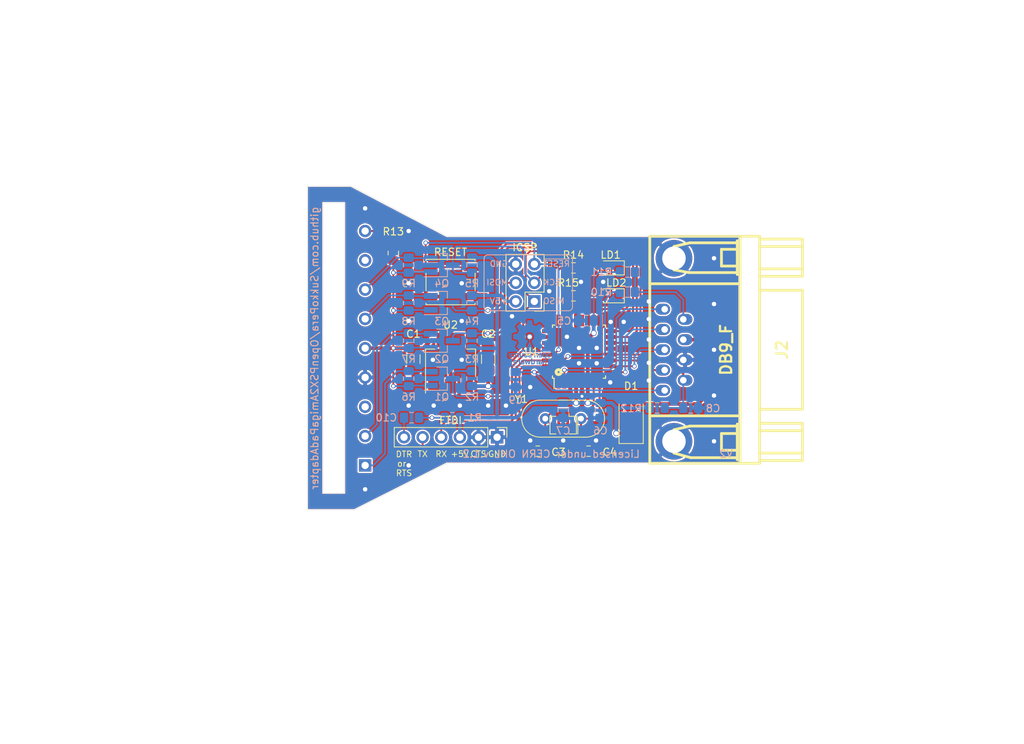
<source format=kicad_pcb>
(kicad_pcb (version 20171130) (host pcbnew 5.1.5)
  (title_block (title OpenPSX2AmigaPadAdapter) (date 2019-10-30) (rev 2) (company SukkoPera) (comment 1 "Licensed under CERN OHL v.1.2"))
  (layers (0 F.Cu signal) (31 B.Cu signal) (36 B.SilkS user) (37 F.SilkS user) (38 B.Mask user) (39 F.Mask user) (44 Edge.Cuts user))
  (net 0 "")
  (net 1 GND)
  (net 2 +5V)
  (net 3 +3V3)
  (net 4 /dtr)
  (net 5 /reset)
  (net 6 "Net-(D1-Pad2)")
  (net 7 /ps_data_3v3)
  (net 8 /ps_cmd_3v3)
  (net 9 /ps_attn_3v3)
  (net 10 /ps_clk_3v3)
  (net 11 /ami_left)
  (net 12 /ami_down)
  (net 13 /ami_up)
  (net 14 /ami_right)
  (net 15 /ami_potx)
  (net 16 /ami_poty)
  (net 17 /ami_fire)
  (net 18 /tx)
  (net 19 /rx)
  (net 20 /miso)
  (net 21 /ps_clk)
  (net 22 /mosi)
  (net 23 /ps_attn)
  (net 24 "Net-(R10-Pad2)")
  (net 25 /led1)
  (net 26 /led2)
  (net 27 "Net-(LD1-Pad2)")
  (net 28 "Net-(LD2-Pad2)")
  (net 29 /ps_ack_3v3)
  (net 30 "Net-(C3-Pad2)")
  (net 31 "Net-(C4-Pad2)")
  (module OpenPSX2AmigaPadAdapter:PSX_Pad_Connector (layer F.Cu) (at 102.616 75.9825 180)
    (fp_text reference J1 hide)
    (fp_text value TO_PSX_PAD)
    (pad 9 thru_hole oval (at -14 16 180) (size 1.7 1.7) (drill 1) (layers *.Cu *.Mask) (net 29 /ps_ack_3v3))
    (pad 8 thru_hole oval (at -14 12 180) (size 1.7 1.7) (drill 1) (layers *.Cu *.Mask))
    (pad 7 thru_hole oval (at -14 8 180) (size 1.7 1.7) (drill 1) (layers *.Cu *.Mask) (net 10 /ps_clk_3v3))
    (pad 6 thru_hole oval (at -14 4 180) (size 1.7 1.7) (drill 1) (layers *.Cu *.Mask) (net 9 /ps_attn_3v3))
    (pad 5 thru_hole oval (at -14 0 180) (size 1.7 1.7) (drill 1) (layers *.Cu *.Mask) (net 3 +3V3))
    (pad 4 thru_hole oval (at -14 -4 180) (size 1.7 1.7) (drill 1) (layers *.Cu *.Mask) (net 1 GND))
    (pad 3 thru_hole oval (at -14 -8 180) (size 1.7 1.7) (drill 1) (layers *.Cu *.Mask))
    (pad 2 thru_hole oval (at -14 -12 180) (size 1.7 1.7) (drill 1) (layers *.Cu *.Mask) (net 8 /ps_cmd_3v3))
    (pad 1 thru_hole rect (at -14 -16 180) (size 1.7 1.7) (drill 1) (layers *.Cu *.Mask) (net 7 /ps_data_3v3))
  )
  (module Capacitor_SMD:C_1206_3216Metric_Pad1.42x1.75mm_HandSolder (layer F.Cu) (at 133.4 77.47 270)
    (fp_text reference C2 (at -3.429 0) (layer F.SilkS))
    (fp_text value 10u)
    (pad 1 smd roundrect (at -1.4875 0 270) (size 1.425 1.75) (layers F.Cu F.Paste F.Mask) (roundrect_rratio 0.175439) (net 1 GND))
    (pad 2 smd roundrect (at 1.4875 0 270) (size 1.425 1.75) (layers F.Cu F.Paste F.Mask) (roundrect_rratio 0.175439) (net 2 +5V))
  )
  (module Capacitor_SMD:C_1206_3216Metric_Pad1.42x1.75mm_HandSolder (layer F.Cu) (at 123.2 77.47 90)
    (fp_text reference C1 (at 3.429 0) (layer F.SilkS))
    (fp_text value 10u)
    (pad 1 smd roundrect (at -1.4875 0 90) (size 1.425 1.75) (layers F.Cu F.Paste F.Mask) (roundrect_rratio 0.175439) (net 1 GND))
    (pad 2 smd roundrect (at 1.4875 0 90) (size 1.425 1.75) (layers F.Cu F.Paste F.Mask) (roundrect_rratio 0.175439) (net 3 +3V3))
  )
  (module Capacitor_SMD:C_0805_2012Metric_Pad1.15x1.40mm_HandSolder (layer B.Cu) (at 143.637 84.483 90)
    (fp_text reference C7 (at -2.766 0 180) (layer B.SilkS) (effects (justify mirror)))
    (fp_text value 100n)
    (pad 2 smd roundrect (at 1.025 0 90) (size 1.15 1.4) (layers B.Cu B.Paste B.Mask) (roundrect_rratio 0.217391) (net 2 +5V))
    (pad 1 smd roundrect (at -1.025 0 90) (size 1.15 1.4) (layers B.Cu B.Paste B.Mask) (roundrect_rratio 0.217391) (net 1 GND))
  )
  (module Capacitor_SMD:C_0805_2012Metric_Pad1.15x1.40mm_HandSolder (layer B.Cu) (at 148.717 84.483 90)
    (fp_text reference C6 (at -2.766 0 180) (layer B.SilkS) (effects (justify mirror)))
    (fp_text value 100n)
    (pad 1 smd roundrect (at -1.025 0 90) (size 1.15 1.4) (layers B.Cu B.Paste B.Mask) (roundrect_rratio 0.217391) (net 1 GND))
    (pad 2 smd roundrect (at 1.025 0 90) (size 1.15 1.4) (layers B.Cu B.Paste B.Mask) (roundrect_rratio 0.217391) (net 2 +5V))
  )
  (module Capacitor_SMD:C_0805_2012Metric_Pad1.15x1.40mm_HandSolder (layer B.Cu) (at 146.771 72.204)
    (fp_text reference C5 (at -3.007 0.059) (layer B.SilkS) (effects (justify mirror)))
    (fp_text value 100n)
    (pad 2 smd roundrect (at 1.025 0) (size 1.15 1.4) (layers B.Cu B.Paste B.Mask) (roundrect_rratio 0.217391) (net 2 +5V))
    (pad 1 smd roundrect (at -1.025 0) (size 1.15 1.4) (layers B.Cu B.Paste B.Mask) (roundrect_rratio 0.217391) (net 1 GND))
  )
  (module Capacitor_SMD:C_0805_2012Metric_Pad1.15x1.40mm_HandSolder (layer F.Cu) (at 140.162 90.043)
    (fp_text reference C3 (at 2.84 0.127) (layer F.SilkS))
    (fp_text value 22p)
    (pad 1 smd roundrect (at -1.025 0) (size 1.15 1.4) (layers F.Cu F.Paste F.Mask) (roundrect_rratio 0.217391) (net 1 GND))
    (pad 2 smd roundrect (at 1.025 0) (size 1.15 1.4) (layers F.Cu F.Paste F.Mask) (roundrect_rratio 0.217391) (net 30 "Net-(C3-Pad2)"))
  )
  (module Capacitor_SMD:C_0805_2012Metric_Pad1.15x1.40mm_HandSolder (layer F.Cu) (at 147.092 90.043 180)
    (fp_text reference C4 (at -2.895 -0.127) (layer F.SilkS))
    (fp_text value 22p)
    (pad 2 smd roundrect (at 1.025 0 180) (size 1.15 1.4) (layers F.Cu F.Paste F.Mask) (roundrect_rratio 0.217391) (net 31 "Net-(C4-Pad2)"))
    (pad 1 smd roundrect (at -1.025 0 180) (size 1.15 1.4) (layers F.Cu F.Paste F.Mask) (roundrect_rratio 0.217391) (net 1 GND))
  )
  (module Capacitor_SMD:C_0805_2012Metric_Pad1.15x1.40mm_HandSolder (layer B.Cu) (at 122.945 85.471)
    (fp_text reference C10 (at -3.438 0) (layer B.SilkS) (effects (justify mirror)))
    (fp_text value 100n)
    (pad 1 smd roundrect (at -1.025 0) (size 1.15 1.4) (layers B.Cu B.Paste B.Mask) (roundrect_rratio 0.217391) (net 4 /dtr))
    (pad 2 smd roundrect (at 1.025 0) (size 1.15 1.4) (layers B.Cu B.Paste B.Mask) (roundrect_rratio 0.217391) (net 5 /reset))
  )
  (module LED_SMD:LED_0805_2012Metric_Pad1.15x1.40mm_HandSolder (layer F.Cu) (at 150.114 68.834 180)
    (fp_text reference LD2 (at -0.762 1.778) (layer F.SilkS))
    (fp_text value LED)
    (pad 2 smd roundrect (at 1.025 0 180) (size 1.15 1.4) (layers F.Cu F.Paste F.Mask) (roundrect_rratio 0.217391) (net 28 "Net-(LD2-Pad2)"))
    (pad 1 smd roundrect (at -1.025 0 180) (size 1.15 1.4) (layers F.Cu F.Paste F.Mask) (roundrect_rratio 0.217391) (net 1 GND))
  )
  (module LED_SMD:LED_0805_2012Metric_Pad1.15x1.40mm_HandSolder (layer F.Cu) (at 150.114 65.024 180)
    (fp_text reference LD1 (at 0 1.778) (layer F.SilkS))
    (fp_text value LED)
    (pad 1 smd roundrect (at -1.025 0 180) (size 1.15 1.4) (layers F.Cu F.Paste F.Mask) (roundrect_rratio 0.217391) (net 1 GND))
    (pad 2 smd roundrect (at 1.025 0 180) (size 1.15 1.4) (layers F.Cu F.Paste F.Mask) (roundrect_rratio 0.217391) (net 27 "Net-(LD1-Pad2)"))
  )
  (module Resistor_SMD:R_0805_2012Metric_Pad1.15x1.40mm_HandSolder (layer B.Cu) (at 128.515 85.471 180)
    (fp_text reference R1 (at -3.048 0) (layer B.SilkS) (effects (justify mirror)))
    (fp_text value 10k)
    (pad 1 smd roundrect (at -1.025 0 180) (size 1.15 1.4) (layers B.Cu B.Paste B.Mask) (roundrect_rratio 0.217391) (net 2 +5V))
    (pad 2 smd roundrect (at 1.025 0 180) (size 1.15 1.4) (layers B.Cu B.Paste B.Mask) (roundrect_rratio 0.217391) (net 5 /reset))
  )
  (module Resistor_SMD:R_0805_2012Metric_Pad1.15x1.40mm_HandSolder (layer B.Cu) (at 131.191 80.137 90)
    (fp_text reference R2 (at -2.5 0) (layer B.SilkS) (effects (justify mirror)))
    (fp_text value 10k)
    (pad 1 smd roundrect (at -1.025 0 90) (size 1.15 1.4) (layers B.Cu B.Paste B.Mask) (roundrect_rratio 0.217391) (net 2 +5V))
    (pad 2 smd roundrect (at 1.025 0 90) (size 1.15 1.4) (layers B.Cu B.Paste B.Mask) (roundrect_rratio 0.217391) (net 20 /miso))
  )
  (module Resistor_SMD:R_0805_2012Metric_Pad1.15x1.40mm_HandSolder (layer B.Cu) (at 131.191 74.972332 90)
    (fp_text reference R3 (at -2.5 0) (layer B.SilkS) (effects (justify mirror)))
    (fp_text value 10k)
    (pad 1 smd roundrect (at -1.025 0 90) (size 1.15 1.4) (layers B.Cu B.Paste B.Mask) (roundrect_rratio 0.217391) (net 2 +5V))
    (pad 2 smd roundrect (at 1.025 0 90) (size 1.15 1.4) (layers B.Cu B.Paste B.Mask) (roundrect_rratio 0.217391) (net 22 /mosi))
  )
  (module Resistor_SMD:R_0805_2012Metric_Pad1.15x1.40mm_HandSolder (layer B.Cu) (at 131.191 69.807666 270)
    (fp_text reference R4 (at 2.5 0) (layer B.SilkS) (effects (justify mirror)))
    (fp_text value 10k)
    (pad 1 smd roundrect (at -1.025 0 270) (size 1.15 1.4) (layers B.Cu B.Paste B.Mask) (roundrect_rratio 0.217391) (net 2 +5V))
    (pad 2 smd roundrect (at 1.025 0 270) (size 1.15 1.4) (layers B.Cu B.Paste B.Mask) (roundrect_rratio 0.217391) (net 23 /ps_attn))
  )
  (module Resistor_SMD:R_0805_2012Metric_Pad1.15x1.40mm_HandSolder (layer B.Cu) (at 131.191 64.643 270)
    (fp_text reference R5 (at 2.5 0) (layer B.SilkS) (effects (justify mirror)))
    (fp_text value 10k)
    (pad 1 smd roundrect (at -1.025 0 270) (size 1.15 1.4) (layers B.Cu B.Paste B.Mask) (roundrect_rratio 0.217391) (net 2 +5V))
    (pad 2 smd roundrect (at 1.025 0 270) (size 1.15 1.4) (layers B.Cu B.Paste B.Mask) (roundrect_rratio 0.217391) (net 21 /ps_clk))
  )
  (module Resistor_SMD:R_0805_2012Metric_Pad1.15x1.40mm_HandSolder (layer B.Cu) (at 122.555 80.137 90)
    (fp_text reference R6 (at -2.5 0) (layer B.SilkS) (effects (justify mirror)))
    (fp_text value 10k)
    (pad 2 smd roundrect (at 1.025 0 90) (size 1.15 1.4) (layers B.Cu B.Paste B.Mask) (roundrect_rratio 0.217391) (net 7 /ps_data_3v3))
    (pad 1 smd roundrect (at -1.025 0 90) (size 1.15 1.4) (layers B.Cu B.Paste B.Mask) (roundrect_rratio 0.217391) (net 3 +3V3))
  )
  (module Resistor_SMD:R_0805_2012Metric_Pad1.15x1.40mm_HandSolder (layer B.Cu) (at 122.555 74.9575 90)
    (fp_text reference R7 (at -2.5 0) (layer B.SilkS) (effects (justify mirror)))
    (fp_text value 10k)
    (pad 2 smd roundrect (at 1.025 0 90) (size 1.15 1.4) (layers B.Cu B.Paste B.Mask) (roundrect_rratio 0.217391) (net 8 /ps_cmd_3v3))
    (pad 1 smd roundrect (at -1.025 0 90) (size 1.15 1.4) (layers B.Cu B.Paste B.Mask) (roundrect_rratio 0.217391) (net 3 +3V3))
  )
  (module Resistor_SMD:R_0805_2012Metric_Pad1.15x1.40mm_HandSolder (layer B.Cu) (at 122.555 69.807666 90)
    (fp_text reference R8 (at -2.5 0) (layer B.SilkS) (effects (justify mirror)))
    (fp_text value 10k)
    (pad 2 smd roundrect (at 1.025 0 90) (size 1.15 1.4) (layers B.Cu B.Paste B.Mask) (roundrect_rratio 0.217391) (net 9 /ps_attn_3v3))
    (pad 1 smd roundrect (at -1.025 0 90) (size 1.15 1.4) (layers B.Cu B.Paste B.Mask) (roundrect_rratio 0.217391) (net 3 +3V3))
  )
  (module Resistor_SMD:R_0805_2012Metric_Pad1.15x1.40mm_HandSolder (layer B.Cu) (at 122.555 64.643 90)
    (fp_text reference R9 (at -2.5 0) (layer B.SilkS) (effects (justify mirror)))
    (fp_text value 10k)
    (pad 2 smd roundrect (at 1.025 0 90) (size 1.15 1.4) (layers B.Cu B.Paste B.Mask) (roundrect_rratio 0.217391) (net 10 /ps_clk_3v3))
    (pad 1 smd roundrect (at -1.025 0 90) (size 1.15 1.4) (layers B.Cu B.Paste B.Mask) (roundrect_rratio 0.217391) (net 3 +3V3))
  )
  (module Resistor_SMD:R_0805_2012Metric_Pad1.15x1.40mm_HandSolder (layer B.Cu) (at 152.4 68.326 180)
    (fp_text reference R10 (at 3.556 0) (layer B.SilkS) (effects (justify mirror)))
    (fp_text value 100)
    (pad 2 smd roundrect (at 1.025 0 180) (size 1.15 1.4) (layers B.Cu B.Paste B.Mask) (roundrect_rratio 0.217391) (net 24 "Net-(R10-Pad2)"))
    (pad 1 smd roundrect (at -1.025 0 180) (size 1.15 1.4) (layers B.Cu B.Paste B.Mask) (roundrect_rratio 0.217391) (net 17 /ami_fire))
  )
  (module Resistor_SMD:R_0805_2012Metric_Pad1.15x1.40mm_HandSolder (layer F.Cu) (at 145.034 68.834 180)
    (fp_text reference R15 (at 0.6985 1.778) (layer F.SilkS))
    (fp_text value 220)
    (pad 1 smd roundrect (at -1.025 0 180) (size 1.15 1.4) (layers F.Cu F.Paste F.Mask) (roundrect_rratio 0.217391) (net 28 "Net-(LD2-Pad2)"))
    (pad 2 smd roundrect (at 1.025 0 180) (size 1.15 1.4) (layers F.Cu F.Paste F.Mask) (roundrect_rratio 0.217391) (net 26 /led2))
  )
  (module Resistor_SMD:R_0805_2012Metric_Pad1.15x1.40mm_HandSolder (layer F.Cu) (at 145.034 65.024 180)
    (fp_text reference R14 (at 0 1.778) (layer F.SilkS))
    (fp_text value 220)
    (pad 2 smd roundrect (at 1.025 0 180) (size 1.15 1.4) (layers F.Cu F.Paste F.Mask) (roundrect_rratio 0.217391) (net 25 /led1))
    (pad 1 smd roundrect (at -1.025 0 180) (size 1.15 1.4) (layers F.Cu F.Paste F.Mask) (roundrect_rratio 0.217391) (net 27 "Net-(LD1-Pad2)"))
  )
  (module Package_QFP:TQFP-32_7x7mm_P0.8mm (layer F.Cu) (at 145.796 76.454 90)
    (fp_text reference U1 (at 0 -6.477 180) (layer F.SilkS))
    (fp_text value ATmega328P-AU)
    (pad 1 smd rect (at -4.25 -2.8 90) (size 1.6 0.55) (layers F.Cu F.Paste F.Mask) (net 24 "Net-(R10-Pad2)"))
    (pad 2 smd rect (at -4.25 -2 90) (size 1.6 0.55) (layers F.Cu F.Paste F.Mask) (net 13 /ami_up))
    (pad 3 smd rect (at -4.25 -1.2 90) (size 1.6 0.55) (layers F.Cu F.Paste F.Mask) (net 1 GND))
    (pad 4 smd rect (at -4.25 -0.4 90) (size 1.6 0.55) (layers F.Cu F.Paste F.Mask) (net 2 +5V))
    (pad 5 smd rect (at -4.25 0.4 90) (size 1.6 0.55) (layers F.Cu F.Paste F.Mask) (net 1 GND))
    (pad 6 smd rect (at -4.25 1.2 90) (size 1.6 0.55) (layers F.Cu F.Paste F.Mask) (net 2 +5V))
    (pad 7 smd rect (at -4.25 2 90) (size 1.6 0.55) (layers F.Cu F.Paste F.Mask) (net 30 "Net-(C3-Pad2)"))
    (pad 8 smd rect (at -4.25 2.8 90) (size 1.6 0.55) (layers F.Cu F.Paste F.Mask) (net 31 "Net-(C4-Pad2)"))
    (pad 9 smd rect (at -2.8 4.25 180) (size 1.6 0.55) (layers F.Cu F.Paste F.Mask) (net 12 /ami_down))
    (pad 10 smd rect (at -2 4.25 180) (size 1.6 0.55) (layers F.Cu F.Paste F.Mask) (net 11 /ami_left))
    (pad 11 smd rect (at -1.2 4.25 180) (size 1.6 0.55) (layers F.Cu F.Paste F.Mask) (net 14 /ami_right))
    (pad 12 smd rect (at -0.4 4.25 180) (size 1.6 0.55) (layers F.Cu F.Paste F.Mask) (net 16 /ami_poty))
    (pad 13 smd rect (at 0.4 4.25 180) (size 1.6 0.55) (layers F.Cu F.Paste F.Mask))
    (pad 14 smd rect (at 1.2 4.25 180) (size 1.6 0.55) (layers F.Cu F.Paste F.Mask) (net 23 /ps_attn))
    (pad 15 smd rect (at 2 4.25 180) (size 1.6 0.55) (layers F.Cu F.Paste F.Mask) (net 22 /mosi))
    (pad 16 smd rect (at 2.8 4.25 180) (size 1.6 0.55) (layers F.Cu F.Paste F.Mask) (net 20 /miso))
    (pad 17 smd rect (at 4.25 2.8 90) (size 1.6 0.55) (layers F.Cu F.Paste F.Mask) (net 21 /ps_clk))
    (pad 18 smd rect (at 4.25 2 90) (size 1.6 0.55) (layers F.Cu F.Paste F.Mask) (net 2 +5V))
    (pad 19 smd rect (at 4.25 1.2 90) (size 1.6 0.55) (layers F.Cu F.Paste F.Mask))
    (pad 20 smd rect (at 4.25 0.4 90) (size 1.6 0.55) (layers F.Cu F.Paste F.Mask))
    (pad 21 smd rect (at 4.25 -0.4 90) (size 1.6 0.55) (layers F.Cu F.Paste F.Mask) (net 1 GND))
    (pad 22 smd rect (at 4.25 -1.2 90) (size 1.6 0.55) (layers F.Cu F.Paste F.Mask))
    (pad 23 smd rect (at 4.25 -2 90) (size 1.6 0.55) (layers F.Cu F.Paste F.Mask) (net 26 /led2))
    (pad 24 smd rect (at 4.25 -2.8 90) (size 1.6 0.55) (layers F.Cu F.Paste F.Mask) (net 25 /led1))
    (pad 25 smd rect (at 2.8 -4.25 180) (size 1.6 0.55) (layers F.Cu F.Paste F.Mask))
    (pad 26 smd rect (at 2 -4.25 180) (size 1.6 0.55) (layers F.Cu F.Paste F.Mask))
    (pad 27 smd rect (at 1.2 -4.25 180) (size 1.6 0.55) (layers F.Cu F.Paste F.Mask))
    (pad 28 smd rect (at 0.4 -4.25 180) (size 1.6 0.55) (layers F.Cu F.Paste F.Mask))
    (pad 29 smd rect (at -0.4 -4.25 180) (size 1.6 0.55) (layers F.Cu F.Paste F.Mask) (net 5 /reset))
    (pad 30 smd rect (at -1.2 -4.25 180) (size 1.6 0.55) (layers F.Cu F.Paste F.Mask) (net 19 /rx))
    (pad 31 smd rect (at -2 -4.25 180) (size 1.6 0.55) (layers F.Cu F.Paste F.Mask) (net 18 /tx))
    (pad 32 smd rect (at -2.8 -4.25 180) (size 1.6 0.55) (layers F.Cu F.Paste F.Mask) (net 15 /ami_potx))
  )
  (module Package_TO_SOT_SMD:SOT-223-3_TabPin2 (layer F.Cu) (at 128.27 78.012 90)
    (fp_text reference U2 (at 5.207 0) (layer F.SilkS))
    (fp_text value LM1117-3.3)
    (pad 2 smd rect (at 3.15 0 90) (size 2 3.8) (layers F.Cu F.Paste F.Mask) (net 3 +3V3))
    (pad 2 smd rect (at -3.15 0 90) (size 2 1.5) (layers F.Cu F.Paste F.Mask) (net 3 +3V3))
    (pad 3 smd rect (at -3.15 2.3 90) (size 2 1.5) (layers F.Cu F.Paste F.Mask) (net 2 +5V))
    (pad 1 smd rect (at -3.15 -2.3 90) (size 2 1.5) (layers F.Cu F.Paste F.Mask) (net 1 GND))
  )
  (module Crystal:Crystal_HC49-U_Vertical (layer F.Cu) (at 141.187 85.598)
    (fp_text reference Y1 (at -3.265 -2.667) (layer F.SilkS))
    (fp_text value 16M)
    (pad 2 thru_hole circle (at 4.88 0) (size 1.5 1.5) (drill 0.8) (layers *.Cu *.Mask) (net 31 "Net-(C4-Pad2)"))
    (pad 1 thru_hole circle (at 0 0) (size 1.5 1.5) (drill 0.8) (layers *.Cu *.Mask) (net 30 "Net-(C3-Pad2)"))
  )
  (module Connector_PinHeader_2.54mm:PinHeader_1x06_P2.54mm_Vertical (layer F.Cu) (at 134.62 88.138 270)
    (fp_text reference J3 hide)
    (fp_text value CONN_FTDI)
    (pad 1 thru_hole rect (at 0 0 270) (size 1.7 1.7) (drill 1) (layers *.Cu *.Mask) (net 1 GND))
    (pad 2 thru_hole oval (at 0 2.54 270) (size 1.7 1.7) (drill 1) (layers *.Cu *.Mask) (net 1 GND))
    (pad 3 thru_hole oval (at 0 5.08 270) (size 1.7 1.7) (drill 1) (layers *.Cu *.Mask) (net 2 +5V))
    (pad 4 thru_hole oval (at 0 7.62 270) (size 1.7 1.7) (drill 1) (layers *.Cu *.Mask) (net 19 /rx))
    (pad 5 thru_hole oval (at 0 10.16 270) (size 1.7 1.7) (drill 1) (layers *.Cu *.Mask) (net 18 /tx))
    (pad 6 thru_hole oval (at 0 12.7 270) (size 1.7 1.7) (drill 1) (layers *.Cu *.Mask) (net 4 /dtr))
  )
  (module Connector_PinHeader_2.54mm:PinHeader_2x03_P2.54mm_Vertical (layer F.Cu) (at 139.7 69.596 180)
    (fp_text reference J4 hide)
    (fp_text value CONN_ICSP)
    (pad 1 thru_hole rect (at 0 0 180) (size 1.7 1.7) (drill 1) (layers *.Cu *.Mask) (net 20 /miso))
    (pad 2 thru_hole oval (at 2.54 0 180) (size 1.7 1.7) (drill 1) (layers *.Cu *.Mask) (net 2 +5V))
    (pad 3 thru_hole oval (at 0 2.54 180) (size 1.7 1.7) (drill 1) (layers *.Cu *.Mask) (net 21 /ps_clk))
    (pad 4 thru_hole oval (at 2.54 2.54 180) (size 1.7 1.7) (drill 1) (layers *.Cu *.Mask) (net 22 /mosi))
    (pad 5 thru_hole oval (at 0 5.08 180) (size 1.7 1.7) (drill 1) (layers *.Cu *.Mask) (net 5 /reset))
    (pad 6 thru_hole oval (at 2.54 5.08 180) (size 1.7 1.7) (drill 1) (layers *.Cu *.Mask) (net 1 GND))
  )
  (module OpenPSX2AmigaPadAdapter:DB_9F (layer F.Cu) (at 165.862 76.2 90)
    (fp_text reference J2 (at 0 7.62 90) (layer F.SilkS) (effects (font (size 1.524 1.524) (thickness 0.3048))))
    (fp_text value DB9_F (at 0 0 90) (layer F.SilkS) (effects (font (size 1.524 1.524) (thickness 0.3048))))
    (pad 0 thru_hole circle (at -12.49426 -7.112 90) (size 5.00126 5.00126) (drill 3.2004) (layers *.Cu *.Mask) (net 1 GND))
    (pad 6 thru_hole oval (at 4.15544 -5.842 90) (size 1.50114 1.99898) (drill 0.89916 (offset 0 0.24892)) (layers *.Cu *.Mask) (net 17 /ami_fire))
    (pad 7 thru_hole oval (at 1.3843 -5.842 90) (size 1.50114 1.99898) (drill 0.89916 (offset 0 0.24892)) (layers *.Cu *.Mask) (net 6 "Net-(D1-Pad2)"))
    (pad 8 thru_hole oval (at -1.3843 -5.842 90) (size 1.50114 1.99898) (drill 0.89916 (offset 0 0.24892)) (layers *.Cu *.Mask) (net 1 GND))
    (pad 9 thru_hole oval (at -4.15544 -5.842 90) (size 1.50114 1.99898) (drill 0.89916 (offset 0 0.24892)) (layers *.Cu *.Mask) (net 16 /ami_poty))
    (pad 5 thru_hole oval (at -5.53974 -8.382 90) (size 1.50114 1.99898) (drill 0.89916 (offset 0 -0.24892)) (layers *.Cu *.Mask) (net 15 /ami_potx))
    (pad 4 thru_hole oval (at -2.77114 -8.382 90) (size 1.50114 1.99898) (drill 0.89916 (offset 0 -0.24892)) (layers *.Cu *.Mask) (net 14 /ami_right))
    (pad 1 thru_hole oval (at 5.53974 -8.382 90) (size 1.50114 1.99898) (drill 0.89916 (offset 0 -0.24892)) (layers *.Cu *.Mask) (net 13 /ami_up))
    (pad 2 thru_hole oval (at 2.77114 -8.382 90) (size 1.50114 1.99898) (drill 0.89916 (offset 0 -0.24892)) (layers *.Cu *.Mask) (net 12 /ami_down))
    (pad 3 thru_hole oval (at 0 -8.382 90) (size 1.50114 1.99898) (drill 0.89916 (offset 0 -0.24892)) (layers *.Cu *.Mask) (net 11 /ami_left))
    (pad 0 thru_hole circle (at 12.49426 -7.112 90) (size 5.00126 5.00126) (drill 3.2004) (layers *.Cu *.Mask) (net 1 GND))
  )
  (module Symbol:OSHW-Logo_5.7x6mm_Copper (layer B.Cu) (at 139.065 75.184 180)
    (fp_text reference J99 hide)
    (fp_text value OSHW_LOGO hide)
    (fp_poly (pts (xy -1.908759 -1.469184) (xy -1.882247 -1.482282) (xy -1.849553 -1.505106) (xy -1.825725 -1.529996) (xy -1.809406 -1.561249) (xy -1.79924 -1.603166) (xy -1.793872 -1.660044) (xy -1.791944 -1.736184) (xy -1.791831 -1.768917) (xy -1.792161 -1.840656) (xy -1.793527 -1.891927) (xy -1.7965 -1.927404) (xy -1.801649 -1.951763) (xy -1.809543 -1.96968) (xy -1.817757 -1.981902) (xy -1.870187 -2.033905) (xy -1.93193 -2.065184) (xy -1.998536 -2.074592) (xy -2.065558 -2.06098) (xy -2.086792 -2.051354) (xy -2.137624 -2.024859) (xy -2.137624 -2.440052) (xy -2.100525 -2.420868) (xy -2.051643 -2.406025) (xy -1.991561 -2.402222) (xy -1.931564 -2.409243) (xy -1.886256 -2.425013) (xy -1.848675 -2.455047) (xy -1.816564 -2.498024) (xy -1.81415 -2.502436) (xy -1.803967 -2.523221) (xy -1.79653 -2.54417) (xy -1.791411 -2.569548) (xy -1.788181 -2.603618) (xy -1.786413 -2.650641) (xy -1.785677 -2.714882) (xy -1.785544 -2.787176) (xy -1.785544 -3.017822) (xy -1.923861 -3.017822) (xy -1.923861 -2.592533) (xy -1.962549 -2.559979) (xy -2.002738 -2.53394) (xy -2.040797 -2.529205) (xy -2.079066 -2.541389) (xy -2.099462 -2.55332) (xy -2.114642 -2.570313) (xy -2.125438 -2.595995) (xy -2.132683 -2.633991) (xy -2.137208 -2.687926) (xy -2.139844 -2.761425) (xy -2.140772 -2.810347) (xy -2.143911 -3.011535) (xy -2.209926 -3.015336) (xy -2.27594 -3.019136) (xy -2.27594 -1.77065) (xy -2.137624 -1.77065) (xy -2.134097 -1.840254) (xy -2.122215 -1.888569) (xy -2.10002 -1.918631) (xy -2.065559 -1.933471) (xy -2.030742 -1.936436) (xy -1.991329 -1.933028) (xy -1.965171 -1.919617) (xy -1.948814 -1.901896) (xy -1.935937 -1.882835) (xy -1.928272 -1.861601) (xy -1.924861 -1.831849) (xy -1.924749 -1.787236) (xy -1.925897 -1.74988) (xy -1.928532 -1.693604) (xy -1.932456 -1.656658) (xy -1.939063 -1.633223) (xy -1.949749 -1.61748) (xy -1.959833 -1.60838) (xy -2.00197 -1.588537) (xy -2.05184 -1.585332) (xy -2.080476 -1.592168) (xy -2.108828 -1.616464) (xy -2.127609 -1.663728) (xy -2.136712 -1.733624) (xy -2.137624 -1.77065) (xy -2.27594 -1.77065) (xy -2.27594 -1.458614) (xy -2.206782 -1.458614) (xy -2.16526 -1.460256) (xy -2.143838 -1.466087) (xy -2.137626 -1.477461) (xy -2.137624 -1.477798) (xy -2.134742 -1.488938) (xy -2.12203 -1.487673) (xy -2.096757 -1.475433) (xy -2.037869 -1.456707) (xy -1.971615 -1.454739) (xy -1.908759 -1.469184)) (layer B.Cu) (width 0.01))
    (fp_poly (pts (xy -1.38421 -2.406555) (xy -1.325055 -2.422339) (xy -1.280023 -2.450948) (xy -1.248246 -2.488419) (xy -1.238366 -2.504411) (xy -1.231073 -2.521163) (xy -1.225974 -2.542592) (xy -1.222679 -2.572616) (xy -1.220797 -2.615154) (xy -1.219937 -2.674122) (xy -1.219707 -2.75344) (xy -1.219703 -2.774484) (xy -1.219703 -3.017822) (xy -1.280059 -3.017822) (xy -1.318557 -3.015126) (xy -1.347023 -3.008295) (xy -1.354155 -3.004083) (xy -1.373652 -2.996813) (xy -1.393566 -3.004083) (xy -1.426353 -3.01316) (xy -1.473978 -3.016813) (xy -1.526764 -3.015228) (xy -1.575036 -3.008589) (xy -1.603218 -3.000072) (xy -1.657753 -2.965063) (xy -1.691835 -2.916479) (xy -1.707157 -2.851882) (xy -1.707299 -2.850223) (xy -1.705955 -2.821566) (xy -1.584356 -2.821566) (xy -1.573726 -2.854161) (xy -1.55641 -2.872505) (xy -1.521652 -2.886379) (xy -1.475773 -2.891917) (xy -1.428988 -2.889191) (xy -1.391514 -2.878274) (xy -1.381015 -2.871269) (xy -1.362668 -2.838904) (xy -1.35802 -2.802111) (xy -1.35802 -2.753763) (xy -1.427582 -2.753763) (xy -1.493667 -2.75885) (xy -1.543764 -2.773263) (xy -1.574929 -2.795729) (xy -1.584356 -2.821566) (xy -1.705955 -2.821566) (xy -1.703987 -2.779647) (xy -1.68071 -2.723845) (xy -1.636948 -2.681647) (xy -1.630899 -2.677808) (xy -1.604907 -2.665309) (xy -1.572735 -2.65774) (xy -1.52776 -2.654061) (xy -1.474331 -2.653216) (xy -1.35802 -2.653169) (xy -1.35802 -2.604411) (xy -1.362953 -2.566581) (xy -1.375543 -2.541236) (xy -1.377017 -2.539887) (xy -1.405034 -2.5288) (xy -1.447326 -2.524503) (xy -1.494064 -2.526615) (xy -1.535418 -2.534756) (xy -1.559957 -2.546965) (xy -1.573253 -2.556746) (xy -1.587294 -2.558613) (xy -1.606671 -2.5506) (xy -1.635976 -2.530739) (xy -1.679803 -2.497063) (xy -1.683825 -2.493909) (xy -1.681764 -2.482236) (xy -1.664568 -2.462822) (xy -1.638433 -2.441248) (xy -1.609552 -2.423096) (xy -1.600478 -2.418809) (xy -1.56738 -2.410256) (xy -1.51888 -2.404155) (xy -1.464695 -2.401708) (xy -1.462161 -2.401703) (xy -1.38421 -2.406555)) (layer B.Cu) (width 0.01))
    (fp_poly (pts (xy -0.993356 -2.40302) (xy -0.974539 -2.40866) (xy -0.968473 -2.421053) (xy -0.968218 -2.426647) (xy -0.967129 -2.44223) (xy -0.959632 -2.444676) (xy -0.939381 -2.433993) (xy -0.927351 -2.426694) (xy -0.8894 -2.411063) (xy -0.844072 -2.403334) (xy -0.796544 -2.40274) (xy -0.751995 -2.408513) (xy -0.715602 -2.419884) (xy -0.692543 -2.436088) (xy -0.687996 -2.456355) (xy -0.690291 -2.461843) (xy -0.70702 -2.484626) (xy -0.732963 -2.512647) (xy -0.737655 -2.517177) (xy -0.762383 -2.538005) (xy -0.783718 -2.544735) (xy -0.813555 -2.540038) (xy -0.825508 -2.536917) (xy -0.862705 -2.529421) (xy -0.888859 -2.532792) (xy -0.910946 -2.544681) (xy -0.931178 -2.560635) (xy -0.946079 -2.5807) (xy -0.956434 -2.608702) (xy -0.963029 -2.648467) (xy -0.966649 -2.703823) (xy -0.968078 -2.778594) (xy -0.968218 -2.82374) (xy -0.968218 -3.017822) (xy -1.09396 -3.017822) (xy -1.09396 -2.401683) (xy -1.031089 -2.401683) (xy -0.993356 -2.40302)) (layer B.Cu) (width 0.01))
    (fp_poly (pts (xy -0.201188 -3.017822) (xy -0.270346 -3.017822) (xy -0.310488 -3.016645) (xy -0.331394 -3.011772) (xy -0.338922 -3.001186) (xy -0.339505 -2.994029) (xy -0.340774 -2.979676) (xy -0.348779 -2.976923) (xy -0.369815 -2.985771) (xy -0.386173 -2.994029) (xy -0.448977 -3.013597) (xy -0.517248 -3.014729) (xy -0.572752 -3.000135) (xy -0.624438 -2.964877) (xy -0.663838 -2.912835) (xy -0.685413 -2.85145) (xy -0.685962 -2.848018) (xy -0.689167 -2.810571) (xy -0.690761 -2.756813) (xy -0.690633 -2.716155) (xy -0.553279 -2.716155) (xy -0.550097 -2.770194) (xy -0.542859 -2.814735) (xy -0.53306 -2.839888) (xy -0.495989 -2.87426) (xy -0.451974 -2.886582) (xy -0.406584 -2.876618) (xy -0.367797 -2.846895) (xy -0.353108 -2.826905) (xy -0.344519 -2.80305) (xy -0.340496 -2.76823) (xy -0.339505 -2.71593) (xy -0.341278 -2.664139) (xy -0.345963 -2.618634) (xy -0.352603 -2.588181) (xy -0.35371 -2.585452) (xy -0.380491 -2.553) (xy -0.419579 -2.535183) (xy -0.463315 -2.532306) (xy -0.504038 -2.544674) (xy -0.534087 -2.572593) (xy -0.537204 -2.578148) (xy -0.546961 -2.612022) (xy -0.552277 -2.660728) (xy -0.553279 -2.716155) (xy -0.690633 -2.716155) (xy -0.690568 -2.69554) (xy -0.689664 -2.662563) (xy -0.683514 -2.580981) (xy -0.670733 -2.51973) (xy -0.649471 -2.474449) (xy -0.617878 -2.440779) (xy -0.587207 -2.421014) (xy -0.544354 -2.40712) (xy -0.491056 -2.402354) (xy -0.43648 -2.406236) (xy -0.389792 -2.418282) (xy -0.365124 -2.432693) (xy -0.339505 -2.455878) (xy -0.339505 -2.162773) (xy -0.201188 -2.162773) (xy -0.201188 -3.017822)) (layer B.Cu) (width 0.01))
    (fp_poly (pts (xy 0.281524 -2.404237) (xy 0.331255 -2.407971) (xy 0.461291 -2.797773) (xy 0.481678 -2.728614) (xy 0.493946 -2.685874) (xy 0.510085 -2.628115) (xy 0.527512 -2.564625) (xy 0.536726 -2.53057) (xy 0.571388 -2.401683) (xy 0.714391 -2.401683) (xy 0.671646 -2.536857) (xy 0.650596 -2.603342) (xy 0.625167 -2.683539) (xy 0.59861 -2.767193) (xy 0.574902 -2.841782) (xy 0.520902 -3.011535) (xy 0.462598 -3.015328) (xy 0.404295 -3.019122) (xy 0.372679 -2.914734) (xy 0.353182 -2.849889) (xy 0.331904 -2.7784) (xy 0.313308 -2.715263) (xy 0.312574 -2.71275) (xy 0.298684 -2.669969) (xy 0.286429 -2.640779) (xy 0.277846 -2.629741) (xy 0.276082 -2.631018) (xy 0.269891 -2.64813) (xy 0.258128 -2.684787) (xy 0.242225 -2.736378) (xy 0.223614 -2.798294) (xy 0.213543 -2.832352) (xy 0.159007 -3.017822) (xy 0.043264 -3.017822) (xy -0.049263 -2.725471) (xy -0.075256 -2.643462) (xy -0.098934 -2.568987) (xy -0.11918 -2.505544) (xy -0.134874 -2.456632) (xy -0.144898 -2.425749) (xy -0.147945 -2.416726) (xy -0.145533 -2.407487) (xy -0.126592 -2.403441) (xy -0.087177 -2.403846) (xy -0.081007 -2.404152) (xy -0.007914 -2.407971) (xy 0.039957 -2.58401) (xy 0.057553 -2.648211) (xy 0.073277 -2.704649) (xy 0.085746 -2.748422) (xy 0.093574 -2.77463) (xy 0.09502 -2.778903) (xy 0.101014 -2.77399) (xy 0.113101 -2.748532) (xy 0.129893 -2.705997) (xy 0.150003 -2.64985) (xy 0.167003 -2.59913) (xy 0.231794 -2.400504) (xy 0.281524 -2.404237)) (layer B.Cu) (width 0.01))
    (fp_poly (pts (xy 1.038411 -2.405417) (xy 1.091411 -2.41829) (xy 1.106731 -2.42511) (xy 1.136428 -2.442974) (xy 1.15922 -2.463093) (xy 1.176083 -2.488962) (xy 1.187998 -2.524073) (xy 1.195942 -2.57192) (xy 1.200894 -2.635996) (xy 1.203831 -2.719794) (xy 1.204947 -2.775768) (xy 1.209052 -3.017822) (xy 1.138932 -3.017822) (xy 1.096393 -3.016038) (xy 1.074476 -3.009942) (xy 1.068812 -2.999706) (xy 1.065821 -2.988637) (xy 1.052451 -2.990754) (xy 1.034233 -2.999629) (xy 0.988624 -3.013233) (xy 0.930007 -3.016899) (xy 0.868354 -3.010903) (xy 0.813638 -2.995521) (xy 0.80873 -2.993386) (xy 0.758723 -2.958255) (xy 0.725756 -2.909419) (xy 0.710587 -2.852333) (xy 0.711746 -2.831824) (xy 0.835508 -2.831824) (xy 0.846413 -2.859425) (xy 0.878745 -2.879204) (xy 0.93091 -2.889819) (xy 0.958787 -2.891228) (xy 1.005247 -2.88762) (xy 1.036129 -2.873597) (xy 1.043664 -2.866931) (xy 1.064076 -2.830666) (xy 1.068812 -2.797773) (xy 1.068812 -2.753763) (xy 1.007513 -2.753763) (xy 0.936256 -2.757395) (xy 0.886276 -2.768818) (xy 0.854696 -2.788824) (xy 0.847626 -2.797743) (xy 0.835508 -2.831824) (xy 0.711746 -2.831824) (xy 0.713971 -2.792456) (xy 0.736663 -2.735244) (xy 0.767624 -2.69658) (xy 0.786376 -2.679864) (xy 0.804733 -2.668878) (xy 0.828619 -2.66218) (xy 0.863957 -2.658326) (xy 0.916669 -2.655873) (xy 0.937577 -2.655168) (xy 1.068812 -2.650879) (xy 1.06862 -2.611158) (xy 1.063537 -2.569405) (xy 1.045162 -2.544158) (xy 1.008039 -2.52803) (xy 1.007043 -2.527742) (xy 0.95441 -2.5214) (xy 0.902906 -2.529684) (xy 0.86463 -2.549827) (xy 0.849272 -2.559773) (xy 0.83273 -2.558397) (xy 0.807275 -2.543987) (xy 0.792328 -2.533817) (xy 0.763091 -2.512088) (xy 0.74498 -2.4958) (xy 0.742074 -2.491137) (xy 0.75404 -2.467005) (xy 0.789396 -2.438185) (xy 0.804753 -2.428461) (xy 0.848901 -2.411714) (xy 0.908398 -2.402227) (xy 0.974487 -2.400095) (xy 1.038411 -2.405417)) (layer B.Cu) (width 0.01))
    (fp_poly (pts (xy 1.635255 -2.401486) (xy 1.683595 -2.411015) (xy 1.711114 -2.425125) (xy 1.740064 -2.448568) (xy 1.698876 -2.500571) (xy 1.673482 -2.532064) (xy 1.656238 -2.547428) (xy 1.639102 -2.549776) (xy 1.614027 -2.542217) (xy 1.602257 -2.537941) (xy 1.55427 -2.531631) (xy 1.510324 -2.545156) (xy 1.47806 -2.57571) (xy 1.472819 -2.585452) (xy 1.467112 -2.611258) (xy 1.462706 -2.658817) (xy 1.459811 -2.724758) (xy 1.458631 -2.80571) (xy 1.458614 -2.817226) (xy 1.458614 -3.017822) (xy 1.320297 -3.017822) (xy 1.320297 -2.401683) (xy 1.389456 -2.401683) (xy 1.429333 -2.402725) (xy 1.450107 -2.407358) (xy 1.457789 -2.417849) (xy 1.458614 -2.427745) (xy 1.458614 -2.453806) (xy 1.491745 -2.427745) (xy 1.529735 -2.409965) (xy 1.58077 -2.401174) (xy 1.635255 -2.401486)) (layer B.Cu) (width 0.01))
    (fp_poly (pts (xy 2.032581 -2.40497) (xy 2.092685 -2.420597) (xy 2.143021 -2.452848) (xy 2.167393 -2.47694) (xy 2.207345 -2.533895) (xy 2.230242 -2.599965) (xy 2.238108 -2.681182) (xy 2.238148 -2.687748) (xy 2.238218 -2.753763) (xy 1.858264 -2.753763) (xy 1.866363 -2.788342) (xy 1.880987 -2.819659) (xy 1.906581 -2.852291) (xy 1.911935 -2.8575) (xy 1.957943 -2.885694) (xy 2.01041 -2.890475) (xy 2.070803 -2.871926) (xy 2.08104 -2.866931) (xy 2.112439 -2.851745) (xy 2.13347 -2.843094) (xy 2.137139 -2.842293) (xy 2.149948 -2.850063) (xy 2.174378 -2.869072) (xy 2.186779 -2.87946) (xy 2.212476 -2.903321) (xy 2.220915 -2.919077) (xy 2.215058 -2.933571) (xy 2.211928 -2.937534) (xy 2.190725 -2.954879) (xy 2.155738 -2.975959) (xy 2.131337 -2.988265) (xy 2.062072 -3.009946) (xy 1.985388 -3.016971) (xy 1.912765 -3.008647) (xy 1.892426 -3.002686) (xy 1.829476 -2.968952) (xy 1.782815 -2.917045) (xy 1.752173 -2.846459) (xy 1.737282 -2.756692) (xy 1.735647 -2.709753) (xy 1.740421 -2.641413) (xy 1.86099 -2.641413) (xy 1.872652 -2.646465) (xy 1.903998 -2.650429) (xy 1.949571 -2.652768) (xy 1.980446 -2.653169) (xy 2.035981 -2.652783) (xy 2.071033 -2.650975) (xy 2.090262 -2.646773) (xy 2.09833 -2.639203) (xy 2.099901 -2.628218) (xy 2.089121 -2.594381) (xy 2.06198 -2.56094) (xy 2.026277 -2.535272) (xy 1.99056 -2.524772) (xy 1.942048 -2.534086) (xy 1.900053 -2.561013) (xy 1.870936 -2.599827) (xy 1.86099 -2.641413) (xy 1.740421 -2.641413) (xy 1.742599 -2.610236) (xy 1.764055 -2.530949) (xy 1.80047 -2.471263) (xy 1.852297 -2.430549) (xy 1.91999 -2.408179) (xy 1.956662 -2.403871) (xy 2.032581 -2.40497)) (layer B.Cu) (width 0.01))
    (fp_poly (pts (xy -2.538261 -1.465148) (xy -2.472479 -1.494231) (xy -2.42254 -1.542793) (xy -2.388374 -1.610908) (xy -2.369907 -1.698651) (xy -2.368583 -1.712351) (xy -2.367546 -1.808939) (xy -2.380993 -1.893602) (xy -2.408108 -1.962221) (xy -2.422627 -1.984294) (xy -2.473201 -2.031011) (xy -2.537609 -2.061268) (xy -2.609666 -2.073824) (xy -2.683185 -2.067439) (xy -2.739072 -2.047772) (xy -2.787132 -2.014629) (xy -2.826412 -1.971175) (xy -2.827092 -1.970158) (xy -2.843044 -1.943338) (xy -2.85341 -1.916368) (xy -2.859688 -1.882332) (xy -2.863373 -1.83431) (xy -2.864997 -1.794931) (xy -2.865672 -1.759219) (xy -2.739955 -1.759219) (xy -2.738726 -1.79477) (xy -2.734266 -1.842094) (xy -2.726397 -1.872465) (xy -2.712207 -1.894072) (xy -2.698917 -1.906694) (xy -2.651802 -1.933122) (xy -2.602505 -1.936653) (xy -2.556593 -1.917639) (xy -2.533638 -1.896331) (xy -2.517096 -1.874859) (xy -2.507421 -1.854313) (xy -2.503174 -1.827574) (xy -2.50292 -1.787523) (xy -2.504228 -1.750638) (xy -2.507043 -1.697947) (xy -2.511505 -1.663772) (xy -2.519548 -1.64148) (xy -2.533103 -1.624442) (xy -2.543845 -1.614703) (xy -2.588777 -1.589123) (xy -2.637249 -1.587847) (xy -2.677894 -1.602999) (xy -2.712567 -1.634642) (xy -2.733224 -1.68662) (xy -2.739955 -1.759219) (xy -2.865672 -1.759219) (xy -2.866479 -1.716621) (xy -2.863948 -1.658056) (xy -2.856362 -1.614007) (xy -2.842681 -1.579248) (xy -2.821865 -1.548551) (xy -2.814147 -1.539436) (xy -2.765889 -1.494021) (xy -2.714128 -1.467493) (xy -2.650828 -1.456379) (xy -2.619961 -1.455471) (xy -2.538261 -1.465148)) (layer B.Cu) (width 0.01))
    (fp_poly (pts (xy -1.356699 -1.472614) (xy -1.344168 -1.478514) (xy -1.300799 -1.510283) (xy -1.25979 -1.556646) (xy -1.229168 -1.607696) (xy -1.220459 -1.631166) (xy -1.212512 -1.673091) (xy -1.207774 -1.723757) (xy -1.207199 -1.744679) (xy -1.207129 -1.810693) (xy -1.587083 -1.810693) (xy -1.578983 -1.845273) (xy -1.559104 -1.88617) (xy -1.524347 -1.921514) (xy -1.482998 -1.944282) (xy -1.456649 -1.94901) (xy -1.420916 -1.943273) (xy -1.378282 -1.928882) (xy -1.363799 -1.922262) (xy -1.31024 -1.895513) (xy -1.264533 -1.930376) (xy -1.238158 -1.953955) (xy -1.224124 -1.973417) (xy -1.223414 -1.979129) (xy -1.235951 -1.992973) (xy -1.263428 -2.014012) (xy -1.288366 -2.030425) (xy -1.355664 -2.05993) (xy -1.43111 -2.073284) (xy -1.505888 -2.069812) (xy -1.565495 -2.051663) (xy -1.626941 -2.012784) (xy -1.670608 -1.961595) (xy -1.697926 -1.895367) (xy -1.710322 -1.811371) (xy -1.711421 -1.772936) (xy -1.707022 -1.684861) (xy -1.706482 -1.682299) (xy -1.580582 -1.682299) (xy -1.577115 -1.690558) (xy -1.562863 -1.695113) (xy -1.53347 -1.697065) (xy -1.484575 -1.697517) (xy -1.465748 -1.697525) (xy -1.408467 -1.696843) (xy -1.372141 -1.694364) (xy -1.352604 -1.689443) (xy -1.34569 -1.681434) (xy -1.345445 -1.678862) (xy -1.353336 -1.658423) (xy -1.373085 -1.629789) (xy -1.381575 -1.619763) (xy -1.413094 -1.591408) (xy -1.445949 -1.580259) (xy -1.463651 -1.579327) (xy -1.511539 -1.590981) (xy -1.551699 -1.622285) (xy -1.577173 -1.667752) (xy -1.577625 -1.669233) (xy -1.580582 -1.682299) (xy -1.706482 -1.682299) (xy -1.692392 -1.61551) (xy -1.666038 -1.560025) (xy -1.633807 -1.520639) (xy -1.574217 -1.477931) (xy -1.504168 -1.455109) (xy -1.429661 -1.453046) (xy -1.356699 -1.472614)) (layer B.Cu) (width 0.01))
    (fp_poly (pts (xy 0.014017 -1.456452) (xy 0.061634 -1.465482) (xy 0.111034 -1.48437) (xy 0.116312 -1.486777) (xy 0.153774 -1.506476) (xy 0.179717 -1.524781) (xy 0.188103 -1.536508) (xy 0.180117 -1.555632) (xy 0.16072 -1.58385) (xy 0.15211 -1.594384) (xy 0.116628 -1.635847) (xy 0.070885 -1.608858) (xy 0.02735 -1.590878) (xy -0.02295 -1.581267) (xy -0.071188 -1.58066) (xy -0.108533 -1.589691) (xy -0.117495 -1.595327) (xy -0.134563 -1.621171) (xy -0.136637 -1.650941) (xy -0.123866 -1.674197) (xy -0.116312 -1.678708) (xy -0.093675 -1.684309) (xy -0.053885 -1.690892) (xy -0.004834 -1.697183) (xy 0.004215 -1.69817) (xy 0.082996 -1.711798) (xy 0.140136 -1.734946) (xy 0.17803 -1.769752) (xy 0.199079 -1.818354) (xy 0.205635 -1.877718) (xy 0.196577 -1.945198) (xy 0.167164 -1.998188) (xy 0.117278 -2.036783) (xy 0.0468 -2.061081) (xy -0.031435 -2.070667) (xy -0.095234 -2.070552) (xy -0.146984 -2.061845) (xy -0.182327 -2.049825) (xy -0.226983 -2.02888) (xy -0.268253 -2.004574) (xy -0.282921 -1.993876) (xy -0.320643 -1.963084) (xy -0.275148 -1.917049) (xy -0.229653 -1.871013) (xy -0.177928 -1.905243) (xy -0.126048 -1.930952) (xy -0.070649 -1.944399) (xy -0.017395 -1.945818) (xy 0.028049 -1.935443) (xy 0.060016 -1.913507) (xy 0.070338 -1.894998) (xy 0.068789 -1.865314) (xy 0.04314 -1.842615) (xy -0.00654 -1.82694) (xy -0.060969 -1.819695) (xy -0.144736 -1.805873) (xy -0.206967 -1.779796) (xy -0.248493 -1.740699) (xy -0.270147 -1.68782) (xy -0.273147 -1.625126) (xy -0.258329 -1.559642) (xy -0.224546 -1.510144) (xy -0.171495 -1.476408) (xy -0.098874 -1.458207) (xy -0.045072 -1.454639) (xy 0.014017 -1.456452)) (layer B.Cu) (width 0.01))
    (fp_poly (pts (xy 0.610762 -1.466055) (xy 0.674363 -1.500692) (xy 0.724123 -1.555372) (xy 0.747568 -1.599842) (xy 0.757634 -1.639121) (xy 0.764156 -1.695116) (xy 0.766951 -1.759621) (xy 0.765836 -1.824429) (xy 0.760626 -1.881334) (xy 0.754541 -1.911727) (xy 0.734014 -1.953306) (xy 0.698463 -1.997468) (xy 0.655619 -2.036087) (xy 0.613211 -2.061034) (xy 0.612177 -2.06143) (xy 0.559553 -2.072331) (xy 0.497188 -2.072601) (xy 0.437924 -2.062676) (xy 0.41504 -2.054722) (xy 0.356102 -2.0213) (xy 0.31389 -1.977511) (xy 0.286156 -1.919538) (xy 0.270651 -1.843565) (xy 0.267143 -1.803771) (xy 0.26759 -1.753766) (xy 0.402376 -1.753766) (xy 0.406917 -1.826732) (xy 0.419986 -1.882334) (xy 0.440756 -1.917861) (xy 0.455552 -1.92802) (xy 0.493464 -1.935104) (xy 0.538527 -1.933007) (xy 0.577487 -1.922812) (xy 0.587704 -1.917204) (xy 0.614659 -1.884538) (xy 0.632451 -1.834545) (xy 0.640024 -1.773705) (xy 0.636325 -1.708497) (xy 0.628057 -1.669253) (xy 0.60432 -1.623805) (xy 0.566849 -1.595396) (xy 0.52172 -1.585573) (xy 0.475011 -1.595887) (xy 0.439132 -1.621112) (xy 0.420277 -1.641925) (xy 0.409272 -1.662439) (xy 0.404026 -1.690203) (xy 0.402449 -1.732762) (xy 0.402376 -1.753766) (xy 0.26759 -1.753766) (xy 0.268094 -1.69758) (xy 0.285388 -1.610501) (xy 0.319029 -1.54253) (xy 0.369018 -1.493664) (xy 0.435356 -1.463899) (xy 0.449601 -1.460448) (xy 0.53521 -1.452345) (xy 0.610762 -1.466055)) (layer B.Cu) (width 0.01))
    (fp_poly (pts (xy 0.993367 -1.654342) (xy 0.994555 -1.746563) (xy 0.998897 -1.81661) (xy 1.007558 -1.867381) (xy 1.021704 -1.901772) (xy 1.0425 -1.922679) (xy 1.07111 -1.933) (xy 1.106535 -1.935636) (xy 1.143636 -1.932682) (xy 1.171818 -1.921889) (xy 1.192243 -1.90036) (xy 1.206079 -1.865199) (xy 1.214491 -1.81351) (xy 1.218643 -1.742394) (xy 1.219703 -1.654342) (xy 1.219703 -1.458614) (xy 1.35802 -1.458614) (xy 1.35802 -2.062179) (xy 1.288862 -2.062179) (xy 1.24717 -2.060489) (xy 1.225701 -2.054556) (xy 1.219703 -2.043293) (xy 1.216091 -2.033261) (xy 1.201714 -2.035383) (xy 1.172736 -2.04958) (xy 1.106319 -2.07148) (xy 1.035875 -2.069928) (xy 0.968377 -2.046147) (xy 0.936233 -2.027362) (xy 0.911715 -2.007022) (xy 0.893804 -1.981573) (xy 0.881479 -1.947458) (xy 0.873723 -1.901121) (xy 0.869516 -1.839007) (xy 0.86784 -1.757561) (xy 0.867624 -1.694578) (xy 0.867624 -1.458614) (xy 0.993367 -1.458614) (xy 0.993367 -1.654342)) (layer B.Cu) (width 0.01))
    (fp_poly (pts (xy 2.217226 -1.46388) (xy 2.29008 -1.49483) (xy 2.313027 -1.509895) (xy 2.342354 -1.533048) (xy 2.360764 -1.551253) (xy 2.363961 -1.557183) (xy 2.354935 -1.57034) (xy 2.331837 -1.592667) (xy 2.313344 -1.60825) (xy 2.262728 -1.648926) (xy 2.22276 -1.615295) (xy 2.191874 -1.593584) (xy 2.161759 -1.58609) (xy 2.127292 -1.58792) (xy 2.072561 -1.601528) (xy 2.034886 -1.629772) (xy 2.011991 -1.675433) (xy 2.001597 -1.741289) (xy 2.001595 -1.741331) (xy 2.002494 -1.814939) (xy 2.016463 -1.868946) (xy 2.044328 -1.905716) (xy 2.063325 -1.918168) (xy 2.113776 -1.933673) (xy 2.167663 -1.933683) (xy 2.214546 -1.918638) (xy 2.225644 -1.911287) (xy 2.253476 -1.892511) (xy 2.275236 -1.889434) (xy 2.298704 -1.903409) (xy 2.324649 -1.92851) (xy 2.365716 -1.97088) (xy 2.320121 -2.008464) (xy 2.249674 -2.050882) (xy 2.170233 -2.071785) (xy 2.087215 -2.070272) (xy 2.032694 -2.056411) (xy 1.96897 -2.022135) (xy 1.918005 -1.968212) (xy 1.894851 -1.930149) (xy 1.876099 -1.875536) (xy 1.866715 -1.806369) (xy 1.866643 -1.731407) (xy 1.875824 -1.659409) (xy 1.894199 -1.599137) (xy 1.897093 -1.592958) (xy 1.939952 -1.532351) (xy 1.997979 -1.488224) (xy 2.066591 -1.461493) (xy 2.141201 -1.453073) (xy 2.217226 -1.46388)) (layer B.Cu) (width 0.01))
    (fp_poly (pts (xy 2.677898 -1.456457) (xy 2.710096 -1.464279) (xy 2.771825 -1.492921) (xy 2.82461 -1.536667) (xy 2.861141 -1.589117) (xy 2.86616 -1.600893) (xy 2.873045 -1.63174) (xy 2.877864 -1.677371) (xy 2.879505 -1.723492) (xy 2.879505 -1.810693) (xy 2.697178 -1.810693) (xy 2.621979 -1.810978) (xy 2.569003 -1.812704) (xy 2.535325 -1.817181) (xy 2.51802 -1.82572) (xy 2.514163 -1.83963) (xy 2.520829 -1.860222) (xy 2.53277 -1.884315) (xy 2.56608 -1.924525) (xy 2.612368 -1.944558) (xy 2.668944 -1.943905) (xy 2.733031 -1.922101) (xy 2.788417 -1.895193) (xy 2.834375 -1.931532) (xy 2.880333 -1.967872) (xy 2.837096 -2.007819) (xy 2.779374 -2.045563) (xy 2.708386 -2.06832) (xy 2.632029 -2.074688) (xy 2.558199 -2.063268) (xy 2.546287 -2.059393) (xy 2.481399 -2.025506) (xy 2.43313 -1.974986) (xy 2.400465 -1.906325) (xy 2.382385 -1.818014) (xy 2.382175 -1.816121) (xy 2.380556 -1.719878) (xy 2.3871 -1.685542) (xy 2.514852 -1.685542) (xy 2.526584 -1.690822) (xy 2.558438 -1.694867) (xy 2.605397 -1.697176) (xy 2.635154 -1.697525) (xy 2.690648 -1.697306) (xy 2.725346 -1.695916) (xy 2.743601 -1.692251) (xy 2.749766 -1.68521) (xy 2.748195 -1.67369) (xy 2.746878 -1.669233) (xy 2.724382 -1.627355) (xy 2.689003 -1.593604) (xy 2.65778 -1.578773) (xy 2.616301 -1.579668) (xy 2.574269 -1.598164) (xy 2.539012 -1.628786) (xy 2.517854 -1.666062) (xy 2.514852 -1.685542) (xy 2.3871 -1.685542) (xy 2.39669 -1.635229) (xy 2.428698 -1.564191) (xy 2.474701 -1.508779) (xy 2.532821 -1.471009) (xy 2.60118 -1.452896) (xy 2.677898 -1.456457)) (layer B.Cu) (width 0.01))
    (fp_poly (pts (xy -0.754012 -1.469002) (xy -0.722717 -1.48395) (xy -0.692409 -1.505541) (xy -0.669318 -1.530391) (xy -0.6525 -1.562087) (xy -0.641006 -1.604214) (xy -0.633891 -1.660358) (xy -0.630207 -1.734106) (xy -0.629008 -1.829044) (xy -0.628989 -1.838985) (xy -0.628713 -2.062179) (xy -0.76703 -2.062179) (xy -0.76703 -1.856418) (xy -0.767128 -1.780189) (xy -0.767809 -1.724939) (xy -0.769651 -1.686501) (xy -0.773233 -1.660706) (xy -0.779132 -1.643384) (xy -0.787927 -1.630368) (xy -0.80018 -1.617507) (xy -0.843047 -1.589873) (xy -0.889843 -1.584745) (xy -0.934424 -1.602217) (xy -0.949928 -1.615221) (xy -0.96131 -1.627447) (xy -0.969481 -1.64054) (xy -0.974974 -1.658615) (xy -0.97832 -1.685787) (xy -0.980051 -1.72617) (xy -0.980697 -1.783879) (xy -0.980792 -1.854132) (xy -0.980792 -2.062179) (xy -1.119109 -2.062179) (xy -1.119109 -1.458614) (xy -1.04995 -1.458614) (xy -1.008428 -1.460256) (xy -0.987006 -1.466087) (xy -0.980795 -1.477461) (xy -0.980792 -1.477798) (xy -0.97791 -1.488938) (xy -0.965199 -1.487674) (xy -0.939926 -1.475434) (xy -0.882605 -1.457424) (xy -0.817037 -1.455421) (xy -0.754012 -1.469002)) (layer B.Cu) (width 0.01))
    (fp_poly (pts (xy 1.79946 -1.45803) (xy 1.842711 -1.471245) (xy 1.870558 -1.487941) (xy 1.879629 -1.501145) (xy 1.877132 -1.516797) (xy 1.860931 -1.541385) (xy 1.847232 -1.5588) (xy 1.818992 -1.590283) (xy 1.797775 -1.603529) (xy 1.779688 -1.602664) (xy 1.726035 -1.58901) (xy 1.68663 -1.58963) (xy 1.654632 -1.605104) (xy 1.64389 -1.614161) (xy 1.609505 -1.646027) (xy 1.609505 -2.062179) (xy 1.471188 -2.062179) (xy 1.471188 -1.458614) (xy 1.540347 -1.458614) (xy 1.581869 -1.460256) (xy 1.603291 -1.466087) (xy 1.609502 -1.477461) (xy 1.609505 -1.477798) (xy 1.612439 -1.489713) (xy 1.625704 -1.488159) (xy 1.644084 -1.479563) (xy 1.682046 -1.463568) (xy 1.712872 -1.453945) (xy 1.752536 -1.451478) (xy 1.79946 -1.45803)) (layer B.Cu) (width 0.01))
    (fp_poly (pts (xy 0.376964 2.709982) (xy 0.433812 2.40843) (xy 0.853338 2.235488) (xy 1.104984 2.406605) (xy 1.175458 2.45425) (xy 1.239163 2.49679) (xy 1.293126 2.532285) (xy 1.334373 2.55879) (xy 1.359934 2.574364) (xy 1.366895 2.577722) (xy 1.379435 2.569086) (xy 1.406231 2.545208) (xy 1.44428 2.509141) (xy 1.490579 2.463933) (xy 1.542123 2.412636) (xy 1.595909 2.358299) (xy 1.648935 2.303972) (xy 1.698195 2.252705) (xy 1.740687 2.207549) (xy 1.773407 2.171554) (xy 1.793351 2.14777) (xy 1.798119 2.13981) (xy 1.791257 2.125135) (xy 1.77202 2.092986) (xy 1.74243 2.046508) (xy 1.70451 1.988844) (xy 1.660282 1.92314) (xy 1.634654 1.885664) (xy 1.587941 1.817232) (xy 1.546432 1.75548) (xy 1.51214 1.703481) (xy 1.48708 1.664308) (xy 1.473264 1.641035) (xy 1.471188 1.636145) (xy 1.475895 1.622245) (xy 1.488723 1.58985) (xy 1.507738 1.543515) (xy 1.531003 1.487794) (xy 1.556584 1.427242) (xy 1.582545 1.366414) (xy 1.60695 1.309864) (xy 1.627863 1.262148) (xy 1.643349 1.227819) (xy 1.651472 1.211432) (xy 1.651952 1.210788) (xy 1.664707 1.207659) (xy 1.698677 1.200679) (xy 1.75034 1.190533) (xy 1.816176 1.177908) (xy 1.892664 1.163491) (xy 1.93729 1.155177) (xy 2.019021 1.139616) (xy 2.092843 1.124808) (xy 2.155021 1.111564) (xy 2.201822 1.100695) (xy 2.229509 1.093011) (xy 2.235074 1.090573) (xy 2.240526 1.07407) (xy 2.244924 1.0368) (xy 2.248272 0.98312) (xy 2.250574 0.917388) (xy 2.251832 0.843963) (xy 2.252048 0.767204) (xy 2.251227 0.691468) (xy 2.249371 0.621114) (xy 2.246482 0.5605) (xy 2.242565 0.513984) (xy 2.237622 0.485925) (xy 2.234657 0.480084) (xy 2.216934 0.473083) (xy 2.179381 0.463073) (xy 2.126964 0.451231) (xy 2.064652 0.438733) (xy 2.0429 0.43469) (xy 1.938024 0.41548) (xy 1.85518 0.400009) (xy 1.79163 0.387663) (xy 1.744637 0.377827) (xy 1.711463 0.369886) (xy 1.689371 0.363224) (xy 1.675624 0.357227) (xy 1.667484 0.351281) (xy 1.666345 0.350106) (xy 1.654977 0.331174) (xy 1.637635 0.294331) (xy 1.61605 0.244087) (xy 1.591954 0.184954) (xy 1.567079 0.121444) (xy 1.543157 0.058068) (xy 1.521919 -0.000662) (xy 1.505097 -0.050235) (xy 1.494422 -0.086139) (xy 1.491627 -0.103862) (xy 1.49186 -0.104483) (xy 1.501331 -0.11897) (xy 1.522818 -0.150844) (xy 1.554063 -0.196789) (xy 1.592807 -0.253485) (xy 1.636793 -0.317617) (xy 1.649319 -0.335842) (xy 1.693984 -0.401914) (xy 1.733288 -0.4622) (xy 1.765088 -0.513235) (xy 1.787245 -0.55156) (xy 1.797617 -0.573711) (xy 1.798119 -0.576432) (xy 1.789405 -0.590736) (xy 1.765325 -0.619072) (xy 1.728976 -0.658396) (xy 1.683453 -0.705661) (xy 1.631852 -0.757823) (xy 1.577267 -0.811835) (xy 1.522794 -0.864653) (xy 1.471529 -0.913231) (xy 1.426567 -0.954523) (xy 1.391004 -0.985485) (xy 1.367935 -1.00307) (xy 1.361554 -1.005941) (xy 1.346699 -0.999178) (xy 1.316286 -0.980939) (xy 1.275268 -0.954297) (xy 1.243709 -0.932852) (xy 1.186525 -0.893503) (xy 1.118806 -0.847171) (xy 1.05088 -0.800913) (xy 1.014361 -0.776155) (xy 0.890752 -0.692547) (xy 0.786991 -0.74865) (xy 0.73972 -0.773228) (xy 0.699523 -0.792331) (xy 0.672326 -0.803227) (xy 0.665402 -0.804743) (xy 0.657077 -0.793549) (xy 0.640654 -0.761917) (xy 0.617357 -0.712765) (xy 0.588414 -0.64901) (xy 0.55505 -0.573571) (xy 0.518491 -0.489364) (xy 0.479964 -0.399308) (xy 0.440694 -0.306321) (xy 0.401908 -0.21332) (xy 0.36483 -0.123223) (xy 0.330689 -0.038948) (xy 0.300708 0.036587) (xy 0.276116 0.100466) (xy 0.258136 0.149769) (xy 0.247997 0.181579) (xy 0.246366 0.192504) (xy 0.259291 0.206439) (xy 0.287589 0.22906) (xy 0.325346 0.255667) (xy 0.328515 0.257772) (xy 0.4261 0.335886) (xy 0.504786 0.427018) (xy 0.563891 0.528255) (xy 0.602732 0.636682) (xy 0.620628 0.749386) (xy 0.616897 0.863452) (xy 0.590857 0.975966) (xy 0.541825 1.084015) (xy 0.5274 1.107655) (xy 0.452369 1.203113) (xy 0.36373 1.279768) (xy 0.264549 1.33722) (xy 0.157895 1.375071) (xy 0.046836 1.392922) (xy -0.065561 1.390375) (xy -0.176227 1.36703) (xy -0.282094 1.32249) (xy -0.380095 1.256355) (xy -0.41041 1.229513) (xy -0.487562 1.145488) (xy -0.543782 1.057034) (xy -0.582347 0.957885) (xy -0.603826 0.859697) (xy -0.609128 0.749303) (xy -0.591448 0.63836) (xy -0.552581 0.530619) (xy -0.494323 0.429831) (xy -0.418469 0.339744) (xy -0.326817 0.264108) (xy -0.314772 0.256136) (xy -0.276611 0.230026) (xy -0.247601 0.207405) (xy -0.233732 0.192961) (xy -0.233531 0.192504) (xy -0.236508 0.176879) (xy -0.248311 0.141418) (xy -0.267714 0.089038) (xy -0.293488 0.022655) (xy -0.324409 -0.054814) (xy -0.359249 -0.14045) (xy -0.396783 -0.231337) (xy -0.435783 -0.324559) (xy -0.475023 -0.417197) (xy -0.513276 -0.506335) (xy -0.549317 -0.589055) (xy -0.581917 -0.662441) (xy -0.609852 -0.723575) (xy -0.631895 -0.769541) (xy -0.646818 -0.797421) (xy -0.652828 -0.804743) (xy -0.671191 -0.799041) (xy -0.705552 -0.783749) (xy -0.749984 -0.761599) (xy -0.774417 -0.74865) (xy -0.878178 -0.692547) (xy -1.001787 -0.776155) (xy -1.064886 -0.818987) (xy -1.13397 -0.866122) (xy -1.198707 -0.910503) (xy -1.231134 -0.932852) (xy -1.276741 -0.963477) (xy -1.31536 -0.987747) (xy -1.341952 -1.002587) (xy -1.35059 -1.005724) (xy -1.363161 -0.997261) (xy -1.390984 -0.973636) (xy -1.431361 -0.937302) (xy -1.481595 -0.890711) (xy -1.538988 -0.836317) (xy -1.575286 -0.801392) (xy -1.63879 -0.738996) (xy -1.693673 -0.683188) (xy -1.737714 -0.636354) (xy -1.768695 -0.600882) (xy -1.784398 -0.579161) (xy -1.785905 -0.574752) (xy -1.778914 -0.557985) (xy -1.759594 -0.524082) (xy -1.730091 -0.476476) (xy -1.692545 -0.418599) (xy -1.6491 -0.353884) (xy -1.636745 -0.335842) (xy -1.591727 -0.270267) (xy -1.55134 -0.211228) (xy -1.51784 -0.162042) (xy -1.493486 -0.126028) (xy -1.480536 -0.106502) (xy -1.479285 -0.104483) (xy -1.481156 -0.088922) (xy -1.491087 -0.054709) (xy -1.507347 -0.006355) (xy -1.528205 0.051629) (xy -1.551927 0.11473) (xy -1.576784 0.178437) (xy -1.601042 0.238239) (xy -1.622971 0.289624) (xy -1.640838 0.328081) (xy -1.652913 0.349098) (xy -1.653771 0.350106) (xy -1.661154 0.356112) (xy -1.673625 0.362052) (xy -1.69392 0.36854) (xy -1.724778 0.376191) (xy -1.768934 0.38562) (xy -1.829126 0.397441) (xy -1.908093 0.412271) (xy -2.00857 0.430723) (xy -2.030325 0.43469) (xy -2.094802 0.447147) (xy -2.151011 0.459334) (xy -2.193987 0.470074) (xy -2.21876 0.478191) (xy -2.222082 0.480084) (xy -2.227556 0.496862) (xy -2.232006 0.534355) (xy -2.235428 0.588206) (xy -2.237819 0.654056) (xy -2.239177 0.727547) (xy -2.239499 0.80432) (xy -2.238781 0.880017) (xy -2.237021 0.95028) (xy -2.234216 1.01075) (xy -2.230362 1.05707) (xy -2.225457 1.084881) (xy -2.2225 1.090573) (xy -2.206037 1.096314) (xy -2.168551 1.105655) (xy -2.113775 1.117785) (xy -2.045445 1.131893) (xy -1.967294 1.14717) (xy -1.924716 1.155177) (xy -1.843929 1.170279) (xy -1.771887 1.18396) (xy -1.712111 1.195533) (xy -1.668121 1.204313) (xy -1.643439 1.209613) (xy -1.639377 1.210788) (xy -1.632511 1.224035) (xy -1.617998 1.255943) (xy -1.597771 1.301953) (xy -1.573766 1.357508) (xy -1.547918 1.418047) (xy -1.52216 1.479014) (xy -1.498427 1.535849) (xy -1.478654 1.583994) (xy -1.464776 1.61889) (xy -1.458726 1.635979) (xy -1.458614 1.636726) (xy -1.465472 1.650207) (xy -1.484698 1.68123) (xy -1.514272 1.726711) (xy -1.552173 1.783568) (xy -1.59638 1.848717) (xy -1.622079 1.886138) (xy -1.668907 1.954753) (xy -1.710499 2.017048) (xy -1.744825 2.069871) (xy -1.769857 2.110073) (xy -1.783565 2.1345) (xy -1.785544 2.139976) (xy -1.777034 2.152722) (xy -1.753507 2.179937) (xy -1.717968 2.218572) (xy -1.673423 2.265577) (xy -1.622877 2.317905) (xy -1.569336 2.372505) (xy -1.515805 2.42633) (xy -1.465289 2.47633) (xy -1.420794 2.519457) (xy -1.385325 2.552661) (xy -1.361887 2.572894) (xy -1.354046 2.577722) (xy -1.34128 2.570933) (xy -1.310744 2.551858) (xy -1.26541 2.522439) (xy -1.208244 2.484619) (xy -1.142216 2.440339) (xy -1.09241 2.406605) (xy -0.840764 2.235488) (xy -0.631001 2.321959) (xy -0.421237 2.40843) (xy -0.364389 2.709982) (xy -0.30754 3.011534) (xy 0.320115 3.011534) (xy 0.376964 2.709982)) (layer B.Cu) (width 0.01))
  )
  (module Diode_SMD:D_SMA (layer F.Cu) (at 152.908 85.598 90)
    (fp_text reference D1 (at 4.445 0 180) (layer F.SilkS))
    (fp_text value 1n5817)
    (pad 1 smd rect (at -2 0 90) (size 2.5 1.8) (layers F.Cu F.Paste F.Mask) (net 2 +5V))
    (pad 2 smd rect (at 2 0 90) (size 2.5 1.8) (layers F.Cu F.Paste F.Mask) (net 6 "Net-(D1-Pad2)"))
  )
  (module Crystal:Resonator_SMD_muRata_CSTxExxV-3Pin_3.0x1.1mm (layer F.Cu) (at 143.637 86.487 180)
    (fp_text reference Y2 hide)
    (fp_text value 16M)
    (pad 1 smd rect (at -1.2 0 180) (size 0.4 1.9) (layers F.Cu F.Paste F.Mask) (net 31 "Net-(C4-Pad2)"))
    (pad 2 smd rect (at 0 0 180) (size 0.4 1.9) (layers F.Cu F.Paste F.Mask) (net 1 GND))
    (pad 3 smd rect (at 1.2 0 180) (size 0.4 1.9) (layers F.Cu F.Paste F.Mask) (net 30 "Net-(C3-Pad2)"))
  )
  (module Resistor_SMD:R_0805_2012Metric_Pad1.15x1.40mm_HandSolder (layer F.Cu) (at 120.4645 62.992 90)
    (fp_text reference R13 (at 2.921 0 180) (layer F.SilkS))
    (fp_text value 10k)
    (pad 1 smd roundrect (at -1.025 0 90) (size 1.15 1.4) (layers F.Cu F.Paste F.Mask) (roundrect_rratio 0.217391) (net 3 +3V3))
    (pad 2 smd roundrect (at 1.025 0 90) (size 1.15 1.4) (layers F.Cu F.Paste F.Mask) (roundrect_rratio 0.217391) (net 29 /ps_ack_3v3))
  )
  (module Capacitor_SMD:C_0805_2012Metric_Pad1.15x1.40mm_HandSolder (layer B.Cu) (at 161.045 84.1375)
    (fp_text reference C8 (at 3.039 0.0635) (layer B.SilkS) (effects (justify mirror)))
    (fp_text value 820p)
    (pad 2 smd roundrect (at 1.025 0) (size 1.15 1.4) (layers B.Cu B.Paste B.Mask) (roundrect_rratio 0.217391) (net 1 GND))
    (pad 1 smd roundrect (at -1.025 0) (size 1.15 1.4) (layers B.Cu B.Paste B.Mask) (roundrect_rratio 0.217391) (net 16 /ami_poty))
  )
  (module Capacitor_SMD:C_0805_2012Metric_Pad1.15x1.40mm_HandSolder (layer B.Cu) (at 137.16 80.273 270)
    (fp_text reference C9 (at 2.785 0 180) (layer B.SilkS) (effects (justify mirror)))
    (fp_text value 220p)
    (pad 2 smd roundrect (at 1.025 0 270) (size 1.15 1.4) (layers B.Cu B.Paste B.Mask) (roundrect_rratio 0.217391) (net 1 GND))
    (pad 1 smd roundrect (at -1.025 0 270) (size 1.15 1.4) (layers B.Cu B.Paste B.Mask) (roundrect_rratio 0.217391) (net 15 /ami_potx))
  )
  (module Resistor_SMD:R_0805_2012Metric_Pad1.15x1.40mm_HandSolder (layer B.Cu) (at 156.455 84.1375)
    (fp_text reference R12 (at -3.547 0.0635) (layer B.SilkS) (effects (justify mirror)))
    (fp_text value 10k)
    (pad 1 smd roundrect (at -1.025 0) (size 1.15 1.4) (layers B.Cu B.Paste B.Mask) (roundrect_rratio 0.217391) (net 2 +5V))
    (pad 2 smd roundrect (at 1.025 0) (size 1.15 1.4) (layers B.Cu B.Paste B.Mask) (roundrect_rratio 0.217391) (net 16 /ami_poty))
  )
  (module Resistor_SMD:R_0805_2012Metric_Pad1.15x1.40mm_HandSolder (layer B.Cu) (at 152.4 65.5955)
    (fp_text reference R11 (at -3.556 0) (layer B.SilkS) (effects (justify mirror)))
    (fp_text value 10k)
    (pad 2 smd roundrect (at 1.025 0) (size 1.15 1.4) (layers B.Cu B.Paste B.Mask) (roundrect_rratio 0.217391) (net 17 /ami_fire))
    (pad 1 smd roundrect (at -1.025 0) (size 1.15 1.4) (layers B.Cu B.Paste B.Mask) (roundrect_rratio 0.217391) (net 2 +5V))
  )
  (module Package_TO_SOT_SMD:SOT-23_Handsoldering (layer B.Cu) (at 127.0715 80.137)
    (fp_text reference Q1 (at 0 2.5) (layer B.SilkS) (effects (justify mirror)))
    (fp_text value BSS138)
    (pad 3 smd rect (at 1.5 0) (size 1.9 0.8) (layers B.Cu B.Paste B.Mask) (net 20 /miso))
    (pad 2 smd rect (at -1.5 -0.95) (size 1.9 0.8) (layers B.Cu B.Paste B.Mask) (net 7 /ps_data_3v3))
    (pad 1 smd rect (at -1.5 0.95) (size 1.9 0.8) (layers B.Cu B.Paste B.Mask) (net 3 +3V3))
  )
  (module Package_TO_SOT_SMD:SOT-23_Handsoldering (layer B.Cu) (at 127.0715 74.9575)
    (fp_text reference Q2 (at 0 2.5) (layer B.SilkS) (effects (justify mirror)))
    (fp_text value BSS138)
    (pad 1 smd rect (at -1.5 0.95) (size 1.9 0.8) (layers B.Cu B.Paste B.Mask) (net 3 +3V3))
    (pad 2 smd rect (at -1.5 -0.95) (size 1.9 0.8) (layers B.Cu B.Paste B.Mask) (net 8 /ps_cmd_3v3))
    (pad 3 smd rect (at 1.5 0) (size 1.9 0.8) (layers B.Cu B.Paste B.Mask) (net 22 /mosi))
  )
  (module Package_TO_SOT_SMD:SOT-23_Handsoldering (layer B.Cu) (at 127.0715 69.807666)
    (fp_text reference Q3 (at 0 2.5) (layer B.SilkS) (effects (justify mirror)))
    (fp_text value BSS138)
    (pad 3 smd rect (at 1.5 0) (size 1.9 0.8) (layers B.Cu B.Paste B.Mask) (net 23 /ps_attn))
    (pad 2 smd rect (at -1.5 -0.95) (size 1.9 0.8) (layers B.Cu B.Paste B.Mask) (net 9 /ps_attn_3v3))
    (pad 1 smd rect (at -1.5 0.95) (size 1.9 0.8) (layers B.Cu B.Paste B.Mask) (net 3 +3V3))
  )
  (module Package_TO_SOT_SMD:SOT-23_Handsoldering (layer B.Cu) (at 127.0715 64.643)
    (fp_text reference Q4 (at 0 2.5) (layer B.SilkS) (effects (justify mirror)))
    (fp_text value BSS138)
    (pad 1 smd rect (at -1.5 0.95) (size 1.9 0.8) (layers B.Cu B.Paste B.Mask) (net 3 +3V3))
    (pad 2 smd rect (at -1.5 -0.95) (size 1.9 0.8) (layers B.Cu B.Paste B.Mask) (net 10 /ps_clk_3v3))
    (pad 3 smd rect (at 1.5 0) (size 1.9 0.8) (layers B.Cu B.Paste B.Mask) (net 21 /ps_clk))
  )
  (module Button_Switch_SMD:SW_SPST_EVQQ2 (layer F.Cu) (at 128.27 66.944)
    (fp_text reference SWe hide)
    (fp_text value RESET)
    (pad 1 smd rect (at 3.4 -2) (size 3.2 1) (layers F.Cu F.Paste F.Mask) (net 5 /reset))
    (pad 1 smd rect (at -3.4 -2) (size 3.2 1) (layers F.Cu F.Paste F.Mask) (net 5 /reset))
    (pad 2 smd rect (at -3.4 2) (size 3.2 1) (layers F.Cu F.Paste F.Mask) (net 1 GND))
    (pad 2 smd rect (at 3.4 2) (size 3.2 1) (layers F.Cu F.Paste F.Mask) (net 1 GND))
  )
  (gr_arc (start 144.399 63.754) (end 144.907 63.754) (angle -90) (layer B.SilkS) (width 0.12))
  (gr_arc (start 133.35 63.754) (end 133.35 63.246) (angle -90) (layer B.SilkS) (width 0.12))
  (gr_arc (start 133.35 70.358) (end 132.842 70.358) (angle -90) (layer B.SilkS) (width 0.12))
  (gr_arc (start 144.399 70.358) (end 144.399 70.866) (angle -90) (layer B.SilkS) (width 0.12))
  (gr_line (start 132.842 70.358) (end 132.842 63.754) (layer B.SilkS) (width 0.12))
  (gr_line (start 144.399 70.866) (end 133.35 70.866) (layer B.SilkS) (width 0.12))
  (gr_line (start 144.907 63.754) (end 144.907 70.358) (layer B.SilkS) (width 0.12))
  (gr_line (start 133.35 63.246) (end 144.399 63.246) (layer B.SilkS) (width 0.12))
  (gr_text ~RESET (at 142.728905 64.462) (layer B.SilkS) (effects (font (size 0.8 0.8) (thickness 0.12)) (justify mirror)))
  (gr_text SCK (at 142.100333 67.002) (layer B.SilkS) (effects (font (size 0.8 0.8) (thickness 0.12)) (justify mirror)))
  (gr_text GND (at 134.848571 64.462) (layer B.SilkS) (effects (font (size 0.8 0.8) (thickness 0.12)) (justify mirror)))
  (gr_text +5V (at 134.848571 69.542) (layer B.SilkS) (effects (font (size 0.8 0.8) (thickness 0.12)) (justify mirror)))
  (gr_text MISO (at 142.367 69.542) (layer B.SilkS) (effects (font (size 0.8 0.8) (thickness 0.12)) (justify mirror)))
  (gr_text MOSI (at 134.62 67.002) (layer B.SilkS) (effects (font (size 0.8 0.8) (thickness 0.12)) (justify mirror)))
  (gr_text "Licensed under CERN OHL v.1.2" (at 141.986 90.424) (layer B.SilkS) (effects (font (size 1 1)) (justify mirror)))
  (gr_circle (center 143.002 79.248) (end 143.129 79.248) (layer F.SilkS) (width 0.4))
  (gr_text CTS (at 132.08 90.424) (layer F.SilkS) (effects (font (size 0.8 0.8) (thickness 0.12))))
  (gr_text RESET (at 128.27 62.865) (layer F.SilkS) (effects (font (size 1 1))))
  (gr_line (start 113.792 95.758) (end 110.871 95.758) (layer Edge.Cuts) (width 0.05))
  (gr_line (start 113.792 56.134) (end 113.792 95.758) (layer Edge.Cuts) (width 0.05))
  (gr_line (start 110.871 56.134) (end 113.792 56.134) (layer Edge.Cuts) (width 0.05))
  (gr_line (start 110.871 95.758) (end 110.871 56.134) (layer Edge.Cuts) (width 0.05))
  (gr_text github.com/SukkoPera/OpenPSX2AmigaPadAdapter (at 109.728 75.982501 90) (layer B.SilkS) (effects (font (size 1 1)) (justify mirror)))
  (gr_text V2 (at 165.862 90.424) (layer B.SilkS) (effects (font (size 1 1)) (justify mirror)))
  (gr_text ICSP (at 138.425 62.23) (layer F.SilkS) (effects (font (size 1 1))))
  (gr_text FTDI (at 128.27 85.852) (layer F.SilkS) (effects (font (size 1 1))))
  (gr_text +5V (at 129.54 90.424) (layer F.SilkS) (effects (font (size 0.8 0.8) (thickness 0.12))))
  (gr_text GND (at 134.62 90.424) (layer F.SilkS) (effects (font (size 0.8 0.8) (thickness 0.12))))
  (gr_text "DTR\nor \nRTS" (at 121.92 91.744) (layer F.SilkS) (effects (font (size 0.8 0.8) (thickness 0.12))))
  (gr_text RX (at 127 90.424) (layer F.SilkS) (effects (font (size 0.8 0.8) (thickness 0.12))))
  (gr_text TX (at 124.46 90.424) (layer F.SilkS) (effects (font (size 0.8 0.8) (thickness 0.12))))
  (gr_line (start 167.64 91.694) (end 127.762 91.694) (layer Edge.Cuts) (width 0.05))
  (gr_line (start 127.762 91.694) (end 115.189 98.044) (layer Edge.Cuts) (width 0.05))
  (gr_line (start 108.712 98.044) (end 115.189 98.044) (layer Edge.Cuts) (width 0.05))
  (gr_line (start 108.712 53.848) (end 108.712 98.044) (layer Edge.Cuts) (width 0.05))
  (gr_line (start 114.681 53.848) (end 108.712 53.848) (layer Edge.Cuts) (width 0.05))
  (gr_line (start 127.762 60.706) (end 114.681 53.848) (layer Edge.Cuts) (width 0.05))
  (gr_line (start 127.762 60.706) (end 167.64 60.706) (layer Edge.Cuts) (width 0.05))
  (gr_line (start 167.64 60.706) (end 167.64 91.694) (layer Edge.Cuts) (width 0.05))
  (via (at 164.211 88.69426) (size 0.8) (drill 0.6) (layers F.Cu B.Cu) (net 1))
  (via (at 148.209 75.946) (size 0.8) (drill 0.6) (layers F.Cu B.Cu) (net 1))
  (via (at 150.114 72.39) (size 0.8) (drill 0.6) (layers F.Cu B.Cu) (net 1))
  (via (at 151.892 72.39) (size 0.8) (drill 0.6) (layers F.Cu B.Cu) (net 1))
  (via (at 135.8265 83.82) (size 0.8) (drill 0.6) (layers F.Cu B.Cu) (net 1))
  (via (at 164.211 63.70574) (size 0.8) (drill 0.6) (layers F.Cu B.Cu) (net 1))
  (via (at 164.211 69.95287) (size 0.8) (drill 0.6) (layers F.Cu B.Cu) (net 1))
  (via (at 164.211 76.2) (size 0.8) (drill 0.6) (layers F.Cu B.Cu) (net 1))
  (via (at 164.211 82.44713) (size 0.8) (drill 0.6) (layers F.Cu B.Cu) (net 1))
  (via (at 146.2024 82.55) (size 0.5) (drill 0.4) (layers F.Cu B.Cu) (net 1))
  (via (at 146.059 66.929) (size 0.8) (drill 0.6) (layers F.Cu B.Cu) (net 1))
  (via (at 145.796 75.946) (size 0.8) (drill 0.6) (layers F.Cu B.Cu) (net 1))
  (via (at 144.145 74.422) (size 0.8) (drill 0.6) (layers F.Cu B.Cu) (net 1))
  (via (at 155.321 74.803) (size 0.8) (drill 0.6) (layers F.Cu B.Cu) (net 1))
  (via (at 155.321 72.009) (size 0.8) (drill 0.6) (layers F.Cu B.Cu) (net 1))
  (via (at 155.321 69.596) (size 0.8) (drill 0.6) (layers F.Cu B.Cu) (net 1))
  (via (at 155.321 80.391) (size 0.8) (drill 0.6) (layers F.Cu B.Cu) (net 1))
  (via (at 155.321 77.978) (size 0.8) (drill 0.6) (layers F.Cu B.Cu) (net 1))
  (via (at 129.794 77.5675) (size 0.8) (drill 0.6) (layers F.Cu B.Cu) (net 1))
  (via (at 125.857 77.5675) (size 0.8) (drill 0.6) (layers F.Cu B.Cu) (net 1))
  (via (at 150.0505 80.645) (size 0.8) (drill 0.6) (layers F.Cu B.Cu) (net 1))
  (via (at 148.117 88.5825) (size 0.8) (drill 0.6) (layers F.Cu B.Cu) (net 1))
  (via (at 143.637 88.5825) (size 0.8) (drill 0.6) (layers F.Cu B.Cu) (net 1))
  (via (at 139.137 88.5825) (size 0.8) (drill 0.6) (layers F.Cu B.Cu) (net 1))
  (via (at 139.137 81.298) (size 0.8) (drill 0.6) (layers F.Cu B.Cu) (net 1))
  (via (at 139.065 74.422) (size 0.8) (drill 0.6) (layers F.Cu B.Cu) (net 1))
  (via (at 136.652 71.628) (size 0.8) (drill 0.6) (layers F.Cu B.Cu) (net 1))
  (via (at 141.732 68.199) (size 0.8) (drill 0.6) (layers F.Cu B.Cu) (net 1))
  (via (at 122.555 83.82) (size 0.8) (drill 0.6) (layers F.Cu B.Cu) (net 1))
  (via (at 133.4 83.82) (size 0.8) (drill 0.6) (layers F.Cu B.Cu) (net 1))
  (via (at 129.794 72.263) (size 0.8) (drill 0.6) (layers F.Cu B.Cu) (net 1))
  (via (at 129.794 67.1195) (size 0.8) (drill 0.6) (layers F.Cu B.Cu) (net 1))
  (via (at 122.555 67.1195) (size 0.8) (drill 0.6) (layers F.Cu B.Cu) (net 1))
  (via (at 122.555 72.263) (size 0.8) (drill 0.6) (layers F.Cu B.Cu) (net 1))
  (via (at 129.54 83.82) (size 0.8) (drill 0.6) (layers F.Cu B.Cu) (net 1))
  (via (at 122.555 59.9825) (size 0.8) (drill 0.6) (layers F.Cu B.Cu) (net 1))
  (via (at 148.209 78.0415) (size 0.8) (drill 0.6) (layers F.Cu B.Cu) (net 1))
  (via (at 145.796 78.0415) (size 0.8) (drill 0.6) (layers F.Cu B.Cu) (net 1))
  (via (at 122.555 91.9825) (size 0.8) (drill 0.6) (layers F.Cu B.Cu) (net 1))
  (via (at 125.97 83.82) (size 0.8) (drill 0.6) (layers F.Cu B.Cu) (net 1))
  (via (at 116.616 95.25) (size 0.8) (drill 0.6) (layers F.Cu B.Cu) (net 1))
  (via (at 116.616 56.896) (size 0.8) (drill 0.6) (layers F.Cu B.Cu) (net 1))
  (via (at 149.089 66.929) (size 0.8) (drill 0.6) (layers F.Cu B.Cu) (net 1))
  (segment (start 146.996 79.404) (end 146.996 80.704) (width 0.5) (layer F.Cu) (net 2))
  (segment (start 146.996 79.064) (end 146.996 79.404) (width 0.5) (layer F.Cu) (net 2))
  (segment (start 147.796 73.946) (end 147.828 73.914) (width 0.5) (layer B.Cu) (net 2))
  (segment (start 147.796 73.914) (end 147.796 72.204) (width 0.5) (layer F.Cu) (net 2))
  (segment (start 146.996 74.714) (end 147.796 73.914) (width 0.5) (layer F.Cu) (net 2))
  (segment (start 146.996 75) (end 146.996 74.714) (width 0.5) (layer F.Cu) (net 2))
  (segment (start 146.996 75) (end 146.996 79.064) (width 0.5) (layer F.Cu) (net 2))
  (segment (start 134.62 68.961) (end 134.568666 68.909666) (width 0.5) (layer B.Cu) (net 2))
  (via (at 145.396 83.458) (size 0.8) (drill 0.6) (layers F.Cu B.Cu) (net 2))
  (segment (start 145.396 80.704) (end 145.396 83.458) (width 0.5) (layer F.Cu) (net 2))
  (via (at 146.996 83.458) (size 0.8) (drill 0.6) (layers F.Cu B.Cu) (net 2))
  (segment (start 146.996 80.704) (end 146.996 83.382) (width 0.5) (layer F.Cu) (net 2))
  (segment (start 146.996 83.382) (end 146.939 83.439) (width 0.5) (layer F.Cu) (net 2))
  (segment (start 145.396 83.458) (end 146.996 83.458) (width 0.5) (layer B.Cu) (net 2))
  (segment (start 140.57 83.458) (end 145.396 83.458) (width 0.5) (layer B.Cu) (net 2))
  (segment (start 146.996 83.458) (end 148.717 83.458) (width 0.5) (layer B.Cu) (net 2))
  (segment (start 148.717 83.458) (end 150.26 83.458) (width 0.5) (layer B.Cu) (net 2))
  (via (at 150.876 87.598) (size 0.8) (drill 0.6) (layers F.Cu B.Cu) (net 2))
  (segment (start 150.26 83.458) (end 150.876 84.074) (width 0.5) (layer B.Cu) (net 2))
  (via (at 147.796 73.914) (size 0.8) (drill 0.6) (layers F.Cu B.Cu) (net 2))
  (segment (start 147.796 66.326) (end 148.5265 65.5955) (width 0.25) (layer B.Cu) (net 2))
  (segment (start 147.796 72.204) (end 147.796 71.504) (width 0.25) (layer B.Cu) (net 2))
  (segment (start 147.796 71.504) (end 147.796 66.326) (width 0.25) (layer B.Cu) (net 2))
  (segment (start 148.5265 65.5955) (end 151.375 65.5955) (width 0.25) (layer B.Cu) (net 2))
  (segment (start 134.62 68.961) (end 134.62 69.596) (width 0.5) (layer B.Cu) (net 2))
  (segment (start 134.62 69.596) (end 134.62 74.168) (width 0.5) (layer B.Cu) (net 2))
  (segment (start 134.62 68.961) (end 134.62 64.516) (width 0.5) (layer B.Cu) (net 2))
  (segment (start 134.568668 75.997332) (end 131.191 75.997332) (width 0.5) (layer B.Cu) (net 2))
  (segment (start 134.62 75.946) (end 134.568668 75.997332) (width 0.5) (layer B.Cu) (net 2))
  (segment (start 134.62 74.168) (end 134.62 75.946) (width 0.5) (layer B.Cu) (net 2))
  (segment (start 134.62 75.946) (end 134.62 78.994) (width 0.5) (layer B.Cu) (net 2))
  (segment (start 134.62 78.994) (end 134.62 79.248) (width 0.5) (layer B.Cu) (net 2))
  (segment (start 137.325 85.471) (end 139.338 83.458) (width 0.5) (layer B.Cu) (net 2))
  (segment (start 134.62 85.471) (end 137.325 85.471) (width 0.5) (layer B.Cu) (net 2))
  (segment (start 139.338 83.458) (end 140.57 83.458) (width 0.5) (layer B.Cu) (net 2))
  (segment (start 134.62 81.153) (end 134.611 81.162) (width 0.5) (layer B.Cu) (net 2))
  (segment (start 134.62 79.248) (end 134.62 81.153) (width 0.5) (layer B.Cu) (net 2))
  (segment (start 133.4 81.121) (end 133.359 81.162) (width 0.5) (layer F.Cu) (net 2))
  (segment (start 134.611 81.162) (end 133.359 81.162) (width 0.5) (layer B.Cu) (net 2))
  (segment (start 133.359 81.162) (end 131.191 81.162) (width 0.5) (layer B.Cu) (net 2))
  (via (at 133.4 81.162) (size 0.8) (drill 0.6) (layers F.Cu B.Cu) (net 2))
  (segment (start 130.57 81.162) (end 133.4 81.162) (width 0.5) (layer F.Cu) (net 2))
  (segment (start 133.4 81.162) (end 133.4 78.972332) (width 0.5) (layer F.Cu) (net 2))
  (segment (start 150.876 87.598) (end 152.908 87.598) (width 0.5) (layer F.Cu) (net 2))
  (segment (start 150.876 84.074) (end 150.876 87.598) (width 0.5) (layer B.Cu) (net 2))
  (segment (start 135.144585 68.782666) (end 133.806666 68.782666) (width 0.5) (layer B.Cu) (net 2))
  (segment (start 133.806666 68.782666) (end 131.191 68.782666) (width 0.5) (layer B.Cu) (net 2))
  (segment (start 135.957919 69.596) (end 135.144585 68.782666) (width 0.5) (layer B.Cu) (net 2))
  (segment (start 137.16 69.596) (end 135.957919 69.596) (width 0.5) (layer B.Cu) (net 2))
  (segment (start 150.9395 84.1375) (end 155.43 84.1375) (width 0.5) (layer B.Cu) (net 2))
  (segment (start 150.876 84.074) (end 150.9395 84.1375) (width 0.5) (layer B.Cu) (net 2))
  (segment (start 131.191 63.618) (end 133.722 63.618) (width 0.5) (layer B.Cu) (net 2))
  (segment (start 133.722 63.618) (end 133.985 63.881) (width 0.5) (layer B.Cu) (net 2))
  (segment (start 134.62 64.516) (end 133.985 63.881) (width 0.5) (layer B.Cu) (net 2))
  (segment (start 133.985 63.881) (end 133.731 63.627) (width 0.5) (layer B.Cu) (net 2))
  (segment (start 129.54 85.471) (end 129.54 88.138) (width 0.5) (layer B.Cu) (net 2))
  (segment (start 129.54 85.471) (end 130.115 85.471) (width 0.5) (layer B.Cu) (net 2))
  (segment (start 134.62 85.471) (end 133.858 85.471) (width 0.5) (layer B.Cu) (net 2))
  (segment (start 130.115 85.471) (end 133.858 85.471) (width 0.5) (layer B.Cu) (net 2))
  (segment (start 133.858 85.471) (end 133.35 85.471) (width 0.5) (layer B.Cu) (net 2))
  (segment (start 134.62 84.582) (end 134.62 85.471) (width 0.5) (layer B.Cu) (net 2))
  (segment (start 134.62 81.153) (end 134.62 84.582) (width 0.5) (layer B.Cu) (net 2))
  (segment (start 147.796 73.914) (end 147.796 72.204) (width 0.5) (layer B.Cu) (net 2))
  (via (at 120.4645 81.162) (size 0.6) (drill 0.4) (layers F.Cu B.Cu) (net 3))
  (segment (start 120.4645 65.6955) (end 120.501 65.659) (width 0.5) (layer F.Cu) (net 3))
  (segment (start 120.4645 78.9035) (end 120.4645 76.0365) (width 0.25) (layer F.Cu) (net 3))
  (via (at 120.4645 75.9825) (size 0.6) (drill 0.4) (layers F.Cu B.Cu) (net 3))
  (segment (start 120.4645 75.9825) (end 120.888764 75.9825) (width 0.25) (layer B.Cu) (net 3))
  (segment (start 120.4645 76.0365) (end 120.4645 70.8295) (width 0.25) (layer F.Cu) (net 3))
  (via (at 120.4645 70.832666) (size 0.6) (drill 0.4) (layers F.Cu B.Cu) (net 3))
  (segment (start 120.4645 70.8295) (end 120.4645 65.6955) (width 0.25) (layer F.Cu) (net 3))
  (via (at 120.4645 65.668) (size 0.6) (drill 0.4) (layers F.Cu B.Cu) (net 3))
  (segment (start 120.4645 78.9035) (end 120.4645 81.1165) (width 0.25) (layer F.Cu) (net 3))
  (segment (start 128.27 75.946) (end 128.27 74.334832) (width 0.5) (layer F.Cu) (net 3))
  (segment (start 120.449668 75.9825) (end 120.4645 75.997332) (width 0.5) (layer F.Cu) (net 3))
  (segment (start 128.27 80.634832) (end 128.27 75.946) (width 0.5) (layer F.Cu) (net 3))
  (segment (start 128.27 74.862) (end 125.646664 74.862) (width 0.5) (layer F.Cu) (net 3))
  (segment (start 120.7645 70.832666) (end 120.4645 70.832666) (width 0.25) (layer B.Cu) (net 3))
  (segment (start 120.7645 81.162) (end 120.4645 81.162) (width 0.25) (layer B.Cu) (net 3))
  (segment (start 124.526164 75.9825) (end 125.646664 74.862) (width 0.5) (layer F.Cu) (net 3))
  (segment (start 123.2 75.9825) (end 124.526164 75.9825) (width 0.5) (layer F.Cu) (net 3))
  (segment (start 120.4645 75.9825) (end 123.2 75.9825) (width 0.5) (layer F.Cu) (net 3))
  (segment (start 120.4645 75.9825) (end 116.616 75.9825) (width 0.5) (layer F.Cu) (net 3))
  (segment (start 120.4645 64.017) (end 120.4645 65.668) (width 0.25) (layer F.Cu) (net 3))
  (segment (start 120.7645 65.668) (end 120.4645 65.668) (width 0.25) (layer B.Cu) (net 3))
  (segment (start 120.7645 65.668) (end 122.555 65.668) (width 0.25) (layer B.Cu) (net 3))
  (segment (start 122.63 65.593) (end 122.555 65.668) (width 0.25) (layer B.Cu) (net 3))
  (segment (start 125.5715 65.593) (end 122.63 65.593) (width 0.25) (layer B.Cu) (net 3))
  (segment (start 120.7645 70.832666) (end 122.555 70.832666) (width 0.25) (layer B.Cu) (net 3))
  (segment (start 122.63 70.757666) (end 122.555 70.832666) (width 0.25) (layer B.Cu) (net 3))
  (segment (start 125.5715 70.757666) (end 122.63 70.757666) (width 0.25) (layer B.Cu) (net 3))
  (segment (start 120.888764 75.9825) (end 122.555 75.9825) (width 0.25) (layer B.Cu) (net 3))
  (segment (start 122.63 75.9075) (end 122.555 75.9825) (width 0.25) (layer B.Cu) (net 3))
  (segment (start 125.5715 75.9075) (end 122.63 75.9075) (width 0.25) (layer B.Cu) (net 3))
  (segment (start 120.7645 81.162) (end 122.555 81.162) (width 0.25) (layer B.Cu) (net 3))
  (segment (start 122.63 81.087) (end 122.555 81.162) (width 0.25) (layer B.Cu) (net 3))
  (segment (start 125.5715 81.087) (end 122.63 81.087) (width 0.25) (layer B.Cu) (net 3))
  (segment (start 121.92 85.471) (end 121.92 88.138) (width 0.25) (layer B.Cu) (net 4))
  (via (at 143.002 76.2) (size 0.6) (drill 0.4) (layers F.Cu B.Cu) (net 5))
  (segment (start 141.546 76.854) (end 142.348 76.854) (width 0.25) (layer F.Cu) (net 5))
  (segment (start 142.348 76.854) (end 143.002 76.2) (width 0.25) (layer F.Cu) (net 5))
  (via (at 125.729999 85.471) (size 0.6) (drill 0.4) (layers F.Cu B.Cu) (net 5))
  (segment (start 136.652 82.677) (end 136.652 83.312) (width 0.25) (layer F.Cu) (net 5))
  (segment (start 139.084 76.854) (end 141.546 76.854) (width 0.25) (layer F.Cu) (net 5))
  (segment (start 138.284 76.854) (end 139.084 76.854) (width 0.25) (layer F.Cu) (net 5))
  (segment (start 136.652 78.486) (end 138.284 76.854) (width 0.25) (layer F.Cu) (net 5))
  (segment (start 136.652 82.677) (end 136.652 78.486) (width 0.25) (layer F.Cu) (net 5))
  (segment (start 143.002 76.2) (end 143.002 65.024) (width 0.25) (layer B.Cu) (net 5))
  (segment (start 142.494 64.516) (end 139.7 64.516) (width 0.25) (layer B.Cu) (net 5))
  (segment (start 143.002 65.024) (end 142.494 64.516) (width 0.25) (layer B.Cu) (net 5))
  (segment (start 125.39 64.944) (end 131.15 64.944) (width 0.25) (layer F.Cu) (net 5))
  (via (at 124.87 61.595) (size 0.6) (drill 0.4) (layers F.Cu B.Cu) (net 5))
  (segment (start 136.652 84.582) (end 136.652 82.677) (width 0.25) (layer F.Cu) (net 5))
  (segment (start 136.652 85.09) (end 136.652 84.582) (width 0.25) (layer F.Cu) (net 5))
  (segment (start 136.271 85.471) (end 136.652 85.09) (width 0.25) (layer F.Cu) (net 5))
  (segment (start 139.7 62.103) (end 139.7 64.516) (width 0.25) (layer B.Cu) (net 5))
  (segment (start 139.192 61.595) (end 139.7 62.103) (width 0.25) (layer B.Cu) (net 5))
  (segment (start 124.87 61.595) (end 124.87 64.944) (width 0.25) (layer F.Cu) (net 5))
  (segment (start 125.39 61.595) (end 126.111 61.595) (width 0.25) (layer B.Cu) (net 5))
  (segment (start 124.87 61.595) (end 126.111 61.595) (width 0.25) (layer B.Cu) (net 5))
  (segment (start 126.111 61.595) (end 139.192 61.595) (width 0.25) (layer B.Cu) (net 5))
  (segment (start 123.97 85.471) (end 125.729999 85.471) (width 0.25) (layer B.Cu) (net 5))
  (segment (start 125.729999 85.471) (end 127.49 85.471) (width 0.25) (layer B.Cu) (net 5))
  (segment (start 125.729999 85.471) (end 136.271 85.471) (width 0.25) (layer F.Cu) (net 5))
  (segment (start 160.02 74.8157) (end 162.3187 74.8157) (width 0.5) (layer F.Cu) (net 6))
  (segment (start 162.3187 74.8157) (end 162.8775 75.3745) (width 0.5) (layer F.Cu) (net 6))
  (segment (start 152.908 83.598) (end 162.02 83.598) (width 0.5) (layer F.Cu) (net 6))
  (segment (start 162.8775 82.7405) (end 162.8775 81.9785) (width 0.5) (layer F.Cu) (net 6))
  (segment (start 162.8775 75.3745) (end 162.8775 81.9785) (width 0.5) (layer F.Cu) (net 6))
  (segment (start 162.02 83.598) (end 162.8775 82.7405) (width 0.5) (layer F.Cu) (net 6))
  (segment (start 119.32725 80.82475) (end 121.04 79.112) (width 0.25) (layer B.Cu) (net 7))
  (segment (start 117.716 91.9825) (end 119.32725 90.37125) (width 0.25) (layer B.Cu) (net 7))
  (segment (start 119.32725 90.37125) (end 119.32725 80.82475) (width 0.25) (layer B.Cu) (net 7))
  (segment (start 116.616 91.9825) (end 117.716 91.9825) (width 0.25) (layer B.Cu) (net 7))
  (segment (start 121.04 79.112) (end 122.555 79.112) (width 0.25) (layer B.Cu) (net 7))
  (segment (start 122.63 79.187) (end 122.555 79.112) (width 0.25) (layer B.Cu) (net 7))
  (segment (start 125.5715 79.187) (end 122.63 79.187) (width 0.25) (layer B.Cu) (net 7))
  (segment (start 122.63 74.0075) (end 122.555 73.9325) (width 0.25) (layer B.Cu) (net 8))
  (segment (start 125.5715 74.0075) (end 122.63 74.0075) (width 0.25) (layer B.Cu) (net 8))
  (segment (start 120.5045 73.9325) (end 122.555 73.9325) (width 0.25) (layer B.Cu) (net 8))
  (segment (start 116.616 87.9825) (end 118.23775 86.36075) (width 0.25) (layer B.Cu) (net 8))
  (segment (start 118.23775 76.19925) (end 120.5045 73.9325) (width 0.25) (layer B.Cu) (net 8))
  (segment (start 118.23775 86.36075) (end 118.23775 76.19925) (width 0.25) (layer B.Cu) (net 8))
  (segment (start 116.616 71.9825) (end 119.815834 68.782666) (width 0.25) (layer B.Cu) (net 9))
  (segment (start 119.815834 68.782666) (end 120.471666 68.782666) (width 0.25) (layer B.Cu) (net 9))
  (segment (start 120.471666 68.782666) (end 122.555 68.782666) (width 0.25) (layer B.Cu) (net 9))
  (segment (start 122.63 68.857666) (end 122.555 68.782666) (width 0.25) (layer B.Cu) (net 9))
  (segment (start 125.5715 68.857666) (end 122.63 68.857666) (width 0.25) (layer B.Cu) (net 9))
  (segment (start 120.9805 63.618) (end 121.294 63.618) (width 0.25) (layer B.Cu) (net 10))
  (segment (start 116.616 67.9825) (end 120.9805 63.618) (width 0.25) (layer B.Cu) (net 10))
  (segment (start 121.294 63.618) (end 122.555 63.618) (width 0.25) (layer B.Cu) (net 10))
  (segment (start 122.555 63.627) (end 122.621 63.693) (width 0.25) (layer B.Cu) (net 10))
  (segment (start 122.555 63.618) (end 122.555 63.627) (width 0.25) (layer B.Cu) (net 10))
  (segment (start 122.63 63.693) (end 122.555 63.618) (width 0.25) (layer B.Cu) (net 10))
  (segment (start 125.5715 63.693) (end 122.63 63.693) (width 0.25) (layer B.Cu) (net 10))
  (segment (start 150.046 78.454) (end 152.94 78.454) (width 0.25) (layer F.Cu) (net 11))
  (via (at 153.3525 78.454) (size 0.6) (drill 0.4) (layers F.Cu B.Cu) (net 11))
  (segment (start 152.94 78.454) (end 153.3525 78.454) (width 0.25) (layer F.Cu) (net 11))
  (segment (start 154.2415 76.2) (end 153.3525 77.089) (width 0.25) (layer B.Cu) (net 11))
  (segment (start 153.3525 77.089) (end 153.3525 78.4225) (width 0.25) (layer B.Cu) (net 11))
  (segment (start 157.48 76.2) (end 154.2415 76.2) (width 0.25) (layer B.Cu) (net 11))
  (via (at 152.11425 79.254) (size 0.6) (drill 0.4) (layers F.Cu B.Cu) (net 12))
  (segment (start 150.046 79.254) (end 151.759 79.254) (width 0.25) (layer F.Cu) (net 12))
  (segment (start 152.11425 79.248) (end 152.11425 74.422) (width 0.25) (layer B.Cu) (net 12))
  (segment (start 152.12822 74.422) (end 153.12136 73.42886) (width 0.25) (layer B.Cu) (net 12))
  (segment (start 152.11425 74.422) (end 152.12822 74.422) (width 0.25) (layer B.Cu) (net 12))
  (segment (start 153.12136 73.42886) (end 157.48 73.42886) (width 0.25) (layer B.Cu) (net 12))
  (segment (start 151.759 79.254) (end 152.11425 79.254) (width 0.25) (layer F.Cu) (net 12))
  (segment (start 143.796 80.704) (end 143.796 78.962) (width 0.25) (layer F.Cu) (net 13))
  (via (at 143.796 78.962) (size 0.6) (drill 0.4) (layers F.Cu B.Cu) (net 13))
  (segment (start 150.876 71.882) (end 152.09774 70.66026) (width 0.25) (layer B.Cu) (net 13))
  (segment (start 150.876 78.105) (end 150.876 71.882) (width 0.25) (layer B.Cu) (net 13))
  (segment (start 150.019 78.962) (end 150.876 78.105) (width 0.25) (layer B.Cu) (net 13))
  (segment (start 152.09774 70.66026) (end 157.48 70.66026) (width 0.25) (layer B.Cu) (net 13))
  (segment (start 143.796 78.962) (end 150.019 78.962) (width 0.25) (layer B.Cu) (net 13))
  (segment (start 154.91714 78.97114) (end 157.48 78.97114) (width 0.25) (layer F.Cu) (net 14))
  (segment (start 153.6 77.654) (end 154.91714 78.97114) (width 0.25) (layer F.Cu) (net 14))
  (segment (start 150.046 77.654) (end 153.6 77.654) (width 0.25) (layer F.Cu) (net 14))
  (via (at 139.7 79.248) (size 0.6) (drill 0.4) (layers F.Cu B.Cu) (net 15))
  (segment (start 141.546 79.254) (end 139.706 79.254) (width 0.25) (layer F.Cu) (net 15))
  (segment (start 139.706 79.254) (end 139.7 79.248) (width 0.25) (layer F.Cu) (net 15))
  (segment (start 142.19174 81.73974) (end 152.32126 81.73974) (width 0.25) (layer B.Cu) (net 15))
  (segment (start 139.7 79.248) (end 142.19174 81.73974) (width 0.25) (layer B.Cu) (net 15))
  (segment (start 152.32126 81.73974) (end 157.48 81.73974) (width 0.25) (layer B.Cu) (net 15))
  (segment (start 137.96 79.248) (end 139.7 79.248) (width 0.25) (layer B.Cu) (net 15))
  (segment (start 137.16 79.248) (end 137.96 79.248) (width 0.25) (layer B.Cu) (net 15))
  (segment (start 160.02 79.502) (end 160.02 80.35544) (width 0.25) (layer F.Cu) (net 16))
  (segment (start 157.988 77.47) (end 160.02 79.502) (width 0.25) (layer F.Cu) (net 16))
  (segment (start 155.594 76.854) (end 156.21 77.47) (width 0.25) (layer F.Cu) (net 16))
  (segment (start 156.21 77.47) (end 157.988 77.47) (width 0.25) (layer F.Cu) (net 16))
  (segment (start 150.046 76.854) (end 155.594 76.854) (width 0.25) (layer F.Cu) (net 16))
  (segment (start 160.02 80.35544) (end 160.02 84.1375) (width 0.25) (layer B.Cu) (net 16))
  (segment (start 158.155 84.1375) (end 160.02 84.1375) (width 0.25) (layer B.Cu) (net 16))
  (segment (start 157.48 84.1375) (end 158.155 84.1375) (width 0.25) (layer B.Cu) (net 16))
  (segment (start 154.187 68.326) (end 159.004 68.326) (width 0.25) (layer B.Cu) (net 17))
  (segment (start 154.187 68.326) (end 153.425 68.326) (width 0.25) (layer B.Cu) (net 17))
  (segment (start 159.004 68.326) (end 160.02 69.342) (width 0.25) (layer B.Cu) (net 17))
  (segment (start 160.02 69.342) (end 160.02 72.04456) (width 0.25) (layer B.Cu) (net 17))
  (segment (start 153.425 66.3955) (end 153.425 68.326) (width 0.25) (layer B.Cu) (net 17))
  (segment (start 153.425 65.5955) (end 153.425 66.3955) (width 0.25) (layer B.Cu) (net 17))
  (segment (start 138.208 78.454) (end 137.668 78.994) (width 0.25) (layer F.Cu) (net 18))
  (segment (start 141.546 78.454) (end 138.208 78.454) (width 0.25) (layer F.Cu) (net 18))
  (segment (start 136.779 86.487) (end 137.668 85.598) (width 0.25) (layer F.Cu) (net 18))
  (segment (start 137.668 78.994) (end 137.668 85.598) (width 0.25) (layer F.Cu) (net 18))
  (segment (start 131.953 86.487) (end 131.445 86.487) (width 0.25) (layer F.Cu) (net 18))
  (segment (start 136.779 86.487) (end 131.953 86.487) (width 0.25) (layer F.Cu) (net 18))
  (segment (start 131.445 86.487) (end 130.81 87.122) (width 0.25) (layer F.Cu) (net 18))
  (segment (start 130.81 87.122) (end 130.81 89.154) (width 0.25) (layer F.Cu) (net 18))
  (segment (start 130.81 89.154) (end 130.175 89.789) (width 0.25) (layer F.Cu) (net 18))
  (segment (start 130.175 89.789) (end 124.841 89.789) (width 0.25) (layer F.Cu) (net 18))
  (segment (start 124.46 89.408) (end 124.46 88.138) (width 0.25) (layer F.Cu) (net 18))
  (segment (start 124.841 89.789) (end 124.46 89.408) (width 0.25) (layer F.Cu) (net 18))
  (segment (start 138.246 77.654) (end 141.546 77.654) (width 0.25) (layer F.Cu) (net 19))
  (segment (start 127 86.614) (end 127.635 85.979) (width 0.25) (layer F.Cu) (net 19))
  (segment (start 136.525 85.979) (end 137.16 85.344) (width 0.25) (layer F.Cu) (net 19))
  (segment (start 127 88.138) (end 127 86.614) (width 0.25) (layer F.Cu) (net 19))
  (segment (start 127.635 85.979) (end 136.525 85.979) (width 0.25) (layer F.Cu) (net 19))
  (segment (start 137.16 78.74) (end 138.246 77.654) (width 0.25) (layer F.Cu) (net 19))
  (segment (start 137.16 85.344) (end 137.16 78.74) (width 0.25) (layer F.Cu) (net 19))
  (segment (start 130.391 79.112) (end 131.191 79.112) (width 0.25) (layer B.Cu) (net 20))
  (segment (start 128.9465 79.112) (end 130.391 79.112) (width 0.25) (layer B.Cu) (net 20))
  (segment (start 128.5715 79.487) (end 128.9465 79.112) (width 0.25) (layer B.Cu) (net 20))
  (segment (start 128.5715 80.137) (end 128.5715 79.487) (width 0.25) (layer B.Cu) (net 20))
  (via (at 133.4 82.55) (size 0.6) (drill 0.4) (layers F.Cu B.Cu) (net 20))
  (segment (start 133.35 82.55) (end 135.509 82.55) (width 0.25) (layer F.Cu) (net 20))
  (segment (start 136.144 81.915) (end 136.144 79.883) (width 0.25) (layer F.Cu) (net 20))
  (segment (start 135.509 82.55) (end 136.144 81.915) (width 0.25) (layer F.Cu) (net 20))
  (segment (start 136.144 79.883) (end 136.144 80.518) (width 0.25) (layer F.Cu) (net 20))
  (segment (start 129.159 82.55) (end 133.35 82.55) (width 0.25) (layer B.Cu) (net 20))
  (segment (start 128.5715 81.9625) (end 129.159 82.55) (width 0.25) (layer B.Cu) (net 20))
  (segment (start 128.5715 80.137) (end 128.5715 81.9625) (width 0.25) (layer B.Cu) (net 20))
  (segment (start 136.144 78.232) (end 136.144 79.883) (width 0.25) (layer F.Cu) (net 20))
  (segment (start 138.176 76.2) (end 136.144 78.232) (width 0.25) (layer F.Cu) (net 20))
  (segment (start 138.176 71.12) (end 138.176 76.2) (width 0.25) (layer F.Cu) (net 20))
  (segment (start 139.7 69.596) (end 138.176 71.12) (width 0.25) (layer F.Cu) (net 20))
  (segment (start 138.524999 63.340999) (end 138.524999 68.420999) (width 0.25) (layer F.Cu) (net 20))
  (segment (start 150.046 73.654) (end 152.66 73.654) (width 0.25) (layer F.Cu) (net 20))
  (segment (start 152.66 73.654) (end 153.162 73.152) (width 0.25) (layer F.Cu) (net 20))
  (segment (start 153.162 73.152) (end 153.162 63.5) (width 0.25) (layer F.Cu) (net 20))
  (segment (start 153.162 63.5) (end 152.4 62.738) (width 0.25) (layer F.Cu) (net 20))
  (segment (start 152.4 62.738) (end 139.127998 62.738) (width 0.25) (layer F.Cu) (net 20))
  (segment (start 138.524999 68.420999) (end 139.7 69.596) (width 0.25) (layer F.Cu) (net 20))
  (segment (start 139.127998 62.738) (end 138.524999 63.340999) (width 0.25) (layer F.Cu) (net 20))
  (segment (start 128.9465 65.668) (end 130.391 65.668) (width 0.25) (layer B.Cu) (net 21))
  (segment (start 130.391 65.668) (end 131.191 65.668) (width 0.25) (layer B.Cu) (net 21))
  (segment (start 128.5715 65.293) (end 128.9465 65.668) (width 0.25) (layer B.Cu) (net 21))
  (segment (start 128.5715 64.643) (end 128.5715 65.293) (width 0.25) (layer B.Cu) (net 21))
  (segment (start 148.596 71.154) (end 148.596 72.204) (width 0.25) (layer F.Cu) (net 21))
  (segment (start 152.126 70.632) (end 149.118 70.632) (width 0.25) (layer F.Cu) (net 21))
  (segment (start 152.654 70.104) (end 152.126 70.632) (width 0.25) (layer F.Cu) (net 21))
  (segment (start 139.7 67.056) (end 141.224 65.532) (width 0.25) (layer F.Cu) (net 21))
  (segment (start 149.118 70.632) (end 148.596 71.154) (width 0.25) (layer F.Cu) (net 21))
  (segment (start 141.224 65.532) (end 141.224 64.008) (width 0.25) (layer F.Cu) (net 21))
  (segment (start 141.224 64.008) (end 141.986 63.246) (width 0.25) (layer F.Cu) (net 21))
  (segment (start 128.5715 64.643) (end 128.5715 62.5635) (width 0.25) (layer B.Cu) (net 21))
  (segment (start 138.43 65.786) (end 139.7 67.056) (width 0.25) (layer B.Cu) (net 21))
  (segment (start 138.43 62.738) (end 138.43 65.786) (width 0.25) (layer B.Cu) (net 21))
  (segment (start 152.146 63.246) (end 152.654 63.754) (width 0.25) (layer F.Cu) (net 21))
  (segment (start 152.654 63.754) (end 152.654 70.104) (width 0.25) (layer F.Cu) (net 21))
  (segment (start 141.986 63.246) (end 152.146 63.246) (width 0.25) (layer F.Cu) (net 21))
  (segment (start 138.049 62.357) (end 138.43 62.738) (width 0.25) (layer B.Cu) (net 21))
  (segment (start 137.795 62.103) (end 138.049 62.357) (width 0.25) (layer B.Cu) (net 21))
  (segment (start 129.032 62.103) (end 137.795 62.103) (width 0.25) (layer B.Cu) (net 21))
  (segment (start 128.5715 62.5635) (end 129.032 62.103) (width 0.25) (layer B.Cu) (net 21))
  (segment (start 135.636 67.056) (end 137.16 67.056) (width 0.25) (layer F.Cu) (net 22))
  (segment (start 135.636 67.056) (end 135.636 69.85) (width 0.25) (layer F.Cu) (net 22))
  (segment (start 128.5715 74.322332) (end 128.5715 74.972332) (width 0.25) (layer B.Cu) (net 22))
  (segment (start 128.9465 73.947332) (end 128.5715 74.322332) (width 0.25) (layer B.Cu) (net 22))
  (segment (start 131.191 73.947332) (end 128.9465 73.947332) (width 0.25) (layer B.Cu) (net 22))
  (via (at 133.35 73.947332) (size 0.6) (drill 0.4) (layers F.Cu B.Cu) (net 22))
  (segment (start 131.191 73.947332) (end 133.35 73.947332) (width 0.25) (layer B.Cu) (net 22))
  (segment (start 134.840668 73.947332) (end 135.636 73.152) (width 0.25) (layer F.Cu) (net 22))
  (segment (start 133.35 73.947332) (end 134.840668 73.947332) (width 0.25) (layer F.Cu) (net 22))
  (segment (start 135.636 69.85) (end 135.636 73.152) (width 0.25) (layer F.Cu) (net 22))
  (segment (start 135.636 62.738) (end 135.636 67.056) (width 0.25) (layer F.Cu) (net 22))
  (segment (start 150.046 74.454) (end 152.876 74.454) (width 0.25) (layer F.Cu) (net 22))
  (segment (start 152.876 74.454) (end 153.67 73.66) (width 0.25) (layer F.Cu) (net 22))
  (segment (start 153.67 73.66) (end 153.67 63.246) (width 0.25) (layer F.Cu) (net 22))
  (segment (start 153.67 63.246) (end 152.654 62.23) (width 0.25) (layer F.Cu) (net 22))
  (segment (start 152.654 62.23) (end 136.144 62.23) (width 0.25) (layer F.Cu) (net 22))
  (segment (start 136.144 62.23) (end 135.636 62.738) (width 0.25) (layer F.Cu) (net 22))
  (via (at 133.35 70.832666) (size 0.6) (drill 0.4) (layers F.Cu B.Cu) (net 23))
  (segment (start 130.391 70.832666) (end 131.191 70.832666) (width 0.25) (layer B.Cu) (net 23))
  (segment (start 128.9465 70.832666) (end 130.391 70.832666) (width 0.25) (layer B.Cu) (net 23))
  (segment (start 128.5715 70.457666) (end 128.9465 70.832666) (width 0.25) (layer B.Cu) (net 23))
  (segment (start 128.5715 69.807666) (end 128.5715 70.457666) (width 0.25) (layer B.Cu) (net 23))
  (segment (start 131.191 70.832666) (end 133.35 70.832666) (width 0.25) (layer B.Cu) (net 23))
  (segment (start 153.092 75.254) (end 150.046 75.254) (width 0.25) (layer F.Cu) (net 23))
  (segment (start 154.178 74.168) (end 153.092 75.254) (width 0.25) (layer F.Cu) (net 23))
  (segment (start 133.35 70.832666) (end 134.272334 70.832666) (width 0.25) (layer F.Cu) (net 23))
  (segment (start 134.272334 70.832666) (end 135.128 69.977) (width 0.25) (layer F.Cu) (net 23))
  (segment (start 154.178 62.992) (end 154.178 74.168) (width 0.25) (layer F.Cu) (net 23))
  (segment (start 135.128 62.484) (end 135.89 61.722) (width 0.25) (layer F.Cu) (net 23))
  (segment (start 135.128 69.977) (end 135.128 62.484) (width 0.25) (layer F.Cu) (net 23))
  (segment (start 135.89 61.722) (end 152.908 61.722) (width 0.25) (layer F.Cu) (net 23))
  (segment (start 152.908 61.722) (end 154.178 62.992) (width 0.25) (layer F.Cu) (net 23))
  (via (at 144.272 77.089) (size 0.6) (drill 0.4) (layers F.Cu B.Cu) (net 24))
  (segment (start 142.996 78.365) (end 144.272 77.089) (width 0.25) (layer F.Cu) (net 24))
  (segment (start 142.996 78.48) (end 142.996 78.365) (width 0.25) (layer F.Cu) (net 24))
  (segment (start 142.996 80.704) (end 142.996 78.48) (width 0.25) (layer F.Cu) (net 24))
  (segment (start 144.272 77.089) (end 148.844 77.089) (width 0.25) (layer B.Cu) (net 24))
  (segment (start 149.352 76.581) (end 149.352 69.342) (width 0.25) (layer B.Cu) (net 24))
  (segment (start 148.844 77.089) (end 149.352 76.581) (width 0.25) (layer B.Cu) (net 24))
  (segment (start 150.368 68.326) (end 151.257 68.326) (width 0.25) (layer B.Cu) (net 24))
  (segment (start 149.352 69.342) (end 150.368 68.326) (width 0.25) (layer B.Cu) (net 24))
  (segment (start 144.009 65.024) (end 143.3195 65.024) (width 0.25) (layer F.Cu) (net 25))
  (segment (start 142.996 65.3475) (end 142.996 66.6175) (width 0.25) (layer F.Cu) (net 25))
  (segment (start 143.3195 65.024) (end 142.996 65.3475) (width 0.25) (layer F.Cu) (net 25))
  (segment (start 142.996 72.204) (end 142.996 66.6175) (width 0.25) (layer F.Cu) (net 25))
  (segment (start 143.796 69.047) (end 144.009 68.834) (width 0.25) (layer F.Cu) (net 26))
  (segment (start 143.796 72.204) (end 143.796 68.539) (width 0.25) (layer F.Cu) (net 26))
  (segment (start 146.059 65.024) (end 149.089 65.024) (width 0.25) (layer F.Cu) (net 27))
  (segment (start 146.059 68.834) (end 149.089 68.834) (width 0.25) (layer F.Cu) (net 28))
  (segment (start 120.4645 60.7245) (end 119.7225 59.9825) (width 0.25) (layer F.Cu) (net 29))
  (segment (start 120.4645 61.967) (end 120.4645 60.7245) (width 0.25) (layer F.Cu) (net 29))
  (segment (start 116.616 59.9825) (end 119.7225 59.9825) (width 0.25) (layer F.Cu) (net 29))
  (segment (start 141.187 85.598) (end 141.187 89.916) (width 0.25) (layer F.Cu) (net 30))
  (segment (start 142.457 84.328) (end 141.187 85.598) (width 0.25) (layer F.Cu) (net 30))
  (segment (start 147.199002 84.328) (end 142.457 84.328) (width 0.25) (layer F.Cu) (net 30))
  (segment (start 147.796 83.731002) (end 147.199002 84.328) (width 0.25) (layer F.Cu) (net 30))
  (segment (start 147.796 80.704) (end 147.796 83.731002) (width 0.25) (layer F.Cu) (net 30))
  (segment (start 142.076 86.487) (end 141.187 85.598) (width 0.25) (layer F.Cu) (net 30))
  (segment (start 142.437 86.487) (end 142.076 86.487) (width 0.25) (layer F.Cu) (net 30))
  (segment (start 146.067 85.598) (end 146.067 89.916) (width 0.25) (layer F.Cu) (net 31))
  (segment (start 148.596 85.084) (end 148.082 85.598) (width 0.25) (layer F.Cu) (net 31))
  (segment (start 148.082 85.598) (end 146.067 85.598) (width 0.25) (layer F.Cu) (net 31))
  (segment (start 148.596 80.704) (end 148.596 85.084) (width 0.25) (layer F.Cu) (net 31))
  (segment (start 145.178 86.487) (end 146.067 85.598) (width 0.25) (layer F.Cu) (net 31))
  (segment (start 144.837 86.487) (end 145.178 86.487) (width 0.25) (layer F.Cu) (net 31))
  (zone (net 1) (net_name GND) (layer F.Cu) (connect_pads (clearance 0.1)) (min_thickness 0.0254) (fill yes (arc_segments 32) (thermal_gap 0.254) (thermal_bridge_width 0.508) (smoothing fillet) (radius 3))
    (polygon (pts (xy 79.502 41.148) (xy 193.802 41.148) (xy 193.802 117.348) (xy 79.502 117.348)))
  )
  (zone (net 1) (net_name GND) (layer B.Cu) (connect_pads (clearance 0.1)) (min_thickness 0.0254) (fill yes (arc_segments 32) (thermal_gap 0.254) (thermal_bridge_width 0.508) (smoothing fillet) (radius 3))
    (polygon (pts (xy 66.802 28.448) (xy 206.502 28.448) (xy 206.502 130.048) (xy 66.802 130.048)))
  )
)
</source>
